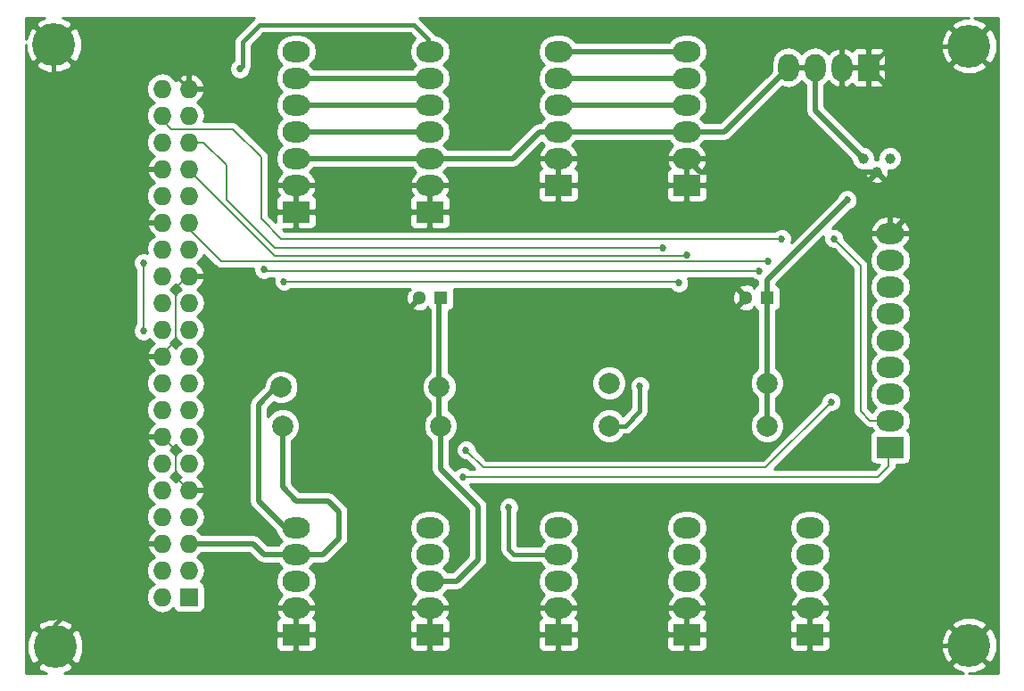
<source format=gbr>
G04 #@! TF.FileFunction,Copper,L2,Bot,Signal*
%FSLAX46Y46*%
G04 Gerber Fmt 4.6, Leading zero omitted, Abs format (unit mm)*
G04 Created by KiCad (PCBNEW 4.0.2-4+6225~38~ubuntu15.10.1-stable) date Wed 08 Jun 2016 11:21:06 PM EDT*
%MOMM*%
G01*
G04 APERTURE LIST*
%ADD10C,0.100000*%
%ADD11R,2.600000X2.000000*%
%ADD12O,2.600000X2.000000*%
%ADD13R,1.727200X1.727200*%
%ADD14O,1.727200X1.727200*%
%ADD15R,2.000000X2.600000*%
%ADD16O,2.000000X2.600000*%
%ADD17C,1.998980*%
%ADD18C,1.000760*%
%ADD19R,1.300000X1.300000*%
%ADD20C,1.300000*%
%ADD21C,4.064000*%
%ADD22C,0.685800*%
%ADD23C,0.508000*%
%ADD24C,0.406400*%
%ADD25C,0.254000*%
%ADD26C,0.152400*%
G04 APERTURE END LIST*
D10*
D11*
X163068000Y-95504000D03*
D12*
X163068000Y-92964000D03*
X163068000Y-90424000D03*
X163068000Y-87884000D03*
X163068000Y-85344000D03*
X163068000Y-82804000D03*
D11*
X150876000Y-95504000D03*
D12*
X150876000Y-92964000D03*
X150876000Y-90424000D03*
X150876000Y-87884000D03*
X150876000Y-85344000D03*
X150876000Y-82804000D03*
D11*
X163068000Y-138176000D03*
D12*
X163068000Y-135636000D03*
X163068000Y-133096000D03*
X163068000Y-130556000D03*
X163068000Y-128016000D03*
D11*
X150876000Y-138176000D03*
D12*
X150876000Y-135636000D03*
X150876000Y-133096000D03*
X150876000Y-130556000D03*
X150876000Y-128016000D03*
D11*
X174752000Y-138176000D03*
D12*
X174752000Y-135636000D03*
X174752000Y-133096000D03*
X174752000Y-130556000D03*
X174752000Y-128016000D03*
D11*
X138684000Y-138176000D03*
D12*
X138684000Y-135636000D03*
X138684000Y-133096000D03*
X138684000Y-130556000D03*
X138684000Y-128016000D03*
D11*
X125984000Y-138176000D03*
D12*
X125984000Y-135636000D03*
X125984000Y-133096000D03*
X125984000Y-130556000D03*
X125984000Y-128016000D03*
D13*
X115824000Y-134620000D03*
D14*
X113284000Y-134620000D03*
X115824000Y-132080000D03*
X113284000Y-132080000D03*
X115824000Y-129540000D03*
X113284000Y-129540000D03*
X115824000Y-127000000D03*
X113284000Y-127000000D03*
X115824000Y-124460000D03*
X113284000Y-124460000D03*
X115824000Y-121920000D03*
X113284000Y-121920000D03*
X115824000Y-119380000D03*
X113284000Y-119380000D03*
X115824000Y-116840000D03*
X113284000Y-116840000D03*
X115824000Y-114300000D03*
X113284000Y-114300000D03*
X115824000Y-111760000D03*
X113284000Y-111760000D03*
X115824000Y-109220000D03*
X113284000Y-109220000D03*
X115824000Y-106680000D03*
X113284000Y-106680000D03*
X115824000Y-104140000D03*
X113284000Y-104140000D03*
X115824000Y-101600000D03*
X113284000Y-101600000D03*
X115824000Y-99060000D03*
X113284000Y-99060000D03*
X115824000Y-96520000D03*
X113284000Y-96520000D03*
X115824000Y-93980000D03*
X113284000Y-93980000D03*
X115824000Y-91440000D03*
X113284000Y-91440000D03*
X115824000Y-88900000D03*
X113284000Y-88900000D03*
X115824000Y-86360000D03*
X113284000Y-86360000D03*
D11*
X182372000Y-120396000D03*
D12*
X182372000Y-117856000D03*
X182372000Y-115316000D03*
X182372000Y-112776000D03*
X182372000Y-110236000D03*
X182372000Y-107696000D03*
X182372000Y-105156000D03*
X182372000Y-102616000D03*
X182372000Y-100076000D03*
D15*
X180340000Y-84328000D03*
D16*
X177800000Y-84328000D03*
X175260000Y-84328000D03*
X172720000Y-84328000D03*
D11*
X125984000Y-98044000D03*
D12*
X125984000Y-95504000D03*
X125984000Y-92964000D03*
X125984000Y-90424000D03*
X125984000Y-87884000D03*
X125984000Y-85344000D03*
X125984000Y-82804000D03*
D11*
X138684000Y-98044000D03*
D12*
X138684000Y-95504000D03*
X138684000Y-92964000D03*
X138684000Y-90424000D03*
X138684000Y-87884000D03*
X138684000Y-85344000D03*
X138684000Y-82804000D03*
D17*
X170688000Y-114300000D03*
X155688000Y-114300000D03*
X170688000Y-118364000D03*
X155688000Y-118364000D03*
X139573000Y-114681000D03*
X124573000Y-114681000D03*
X139700000Y-118364000D03*
X124700000Y-118364000D03*
D18*
X181102000Y-94234000D03*
X179832000Y-92964000D03*
X182372000Y-92964000D03*
D19*
X139700000Y-106172000D03*
D20*
X137700000Y-106172000D03*
D19*
X170688000Y-106172000D03*
D20*
X168688000Y-106172000D03*
D21*
X189865000Y-139192000D03*
X103124000Y-139319000D03*
X189865000Y-82296000D03*
X102997000Y-82169000D03*
D22*
X178308000Y-96901000D03*
X158623000Y-114554000D03*
X146177000Y-126111000D03*
X120650000Y-84455000D03*
X170815000Y-102743000D03*
X122936000Y-103505000D03*
X169926000Y-103632000D03*
X163068000Y-102108000D03*
X160782000Y-101473000D03*
X111506000Y-102870000D03*
X111506000Y-109347000D03*
X141859000Y-123190000D03*
X124841000Y-104648000D03*
X162306000Y-104775000D03*
X172085000Y-100584000D03*
X177038000Y-100584000D03*
X142113000Y-120650000D03*
X176784000Y-116078000D03*
D23*
X175260000Y-84328000D02*
X175260000Y-88392000D01*
X175260000Y-88392000D02*
X179832000Y-92964000D01*
X163068000Y-90424000D02*
X166624000Y-90424000D01*
X166624000Y-90424000D02*
X172720000Y-84328000D01*
X172720000Y-84328000D02*
X175260000Y-84328000D01*
X150876000Y-90424000D02*
X163068000Y-90424000D01*
X138684000Y-92964000D02*
X146558000Y-92964000D01*
X149098000Y-90424000D02*
X150876000Y-90424000D01*
X146558000Y-92964000D02*
X149098000Y-90424000D01*
X125984000Y-92964000D02*
X138684000Y-92964000D01*
X139573000Y-114681000D02*
X139573000Y-106299000D01*
X139573000Y-106299000D02*
X139700000Y-106172000D01*
X139573000Y-114681000D02*
X139573000Y-118237000D01*
X139573000Y-118237000D02*
X139700000Y-118364000D01*
X139700000Y-118364000D02*
X139700000Y-122428000D01*
X141224000Y-133096000D02*
X138684000Y-133096000D01*
X143256000Y-131064000D02*
X141224000Y-133096000D01*
X143256000Y-125984000D02*
X143256000Y-131064000D01*
X139700000Y-122428000D02*
X143256000Y-125984000D01*
D24*
X189865000Y-82296000D02*
X182372000Y-82296000D01*
X182372000Y-82296000D02*
X180340000Y-84328000D01*
X189865000Y-139192000D02*
X185039000Y-139192000D01*
X185039000Y-139192000D02*
X181292500Y-135445500D01*
X103124000Y-139319000D02*
X103124000Y-137160000D01*
X103124000Y-137160000D02*
X109728000Y-130556000D01*
X102997000Y-82169000D02*
X102997000Y-88011000D01*
X110363000Y-95377000D02*
X110236000Y-95377000D01*
X102997000Y-88011000D02*
X110363000Y-95377000D01*
X174752000Y-138176000D02*
X178562000Y-138176000D01*
X187960000Y-100076000D02*
X182372000Y-100076000D01*
X189103000Y-101219000D02*
X187960000Y-100076000D01*
X189103000Y-127635000D02*
X189103000Y-101219000D01*
X178562000Y-138176000D02*
X181292500Y-135445500D01*
X181292500Y-135445500D02*
X189103000Y-127635000D01*
X163068000Y-138176000D02*
X163068000Y-135636000D01*
X150876000Y-138176000D02*
X150876000Y-135636000D01*
X138684000Y-138176000D02*
X138684000Y-135636000D01*
X125984000Y-138176000D02*
X125984000Y-135636000D01*
X174752000Y-138176000D02*
X174752000Y-135636000D01*
D23*
X181102000Y-94234000D02*
X164338000Y-94234000D01*
X164338000Y-94234000D02*
X163068000Y-92964000D01*
X182372000Y-100076000D02*
X182372000Y-95504000D01*
X182372000Y-95504000D02*
X181102000Y-94234000D01*
X177800000Y-84328000D02*
X180340000Y-84328000D01*
X180340000Y-84328000D02*
X187198000Y-91186000D01*
X187198000Y-95250000D02*
X182372000Y-100076000D01*
X187198000Y-91186000D02*
X187198000Y-95250000D01*
X163068000Y-95504000D02*
X163068000Y-92964000D01*
X150876000Y-95504000D02*
X163068000Y-95504000D01*
X150876000Y-95504000D02*
X150876000Y-92964000D01*
X138684000Y-98044000D02*
X138684000Y-95504000D01*
X138684000Y-95504000D02*
X150876000Y-95504000D01*
X125984000Y-98044000D02*
X138684000Y-98044000D01*
X125984000Y-95504000D02*
X138684000Y-95504000D01*
D25*
X113284000Y-93980000D02*
X111506000Y-93980000D01*
X113411000Y-83947000D02*
X115824000Y-86360000D01*
X112395000Y-83947000D02*
X113411000Y-83947000D01*
X110617000Y-85725000D02*
X112395000Y-83947000D01*
X110617000Y-93091000D02*
X110617000Y-85725000D01*
X111506000Y-93980000D02*
X110617000Y-93091000D01*
D26*
X113284000Y-111760000D02*
X113284000Y-111506000D01*
X113284000Y-111506000D02*
X114554000Y-110236000D01*
X114554000Y-105283000D02*
X115697000Y-104140000D01*
X114554000Y-110236000D02*
X114554000Y-105283000D01*
X115697000Y-104140000D02*
X115824000Y-104140000D01*
X115824000Y-124460000D02*
X114554000Y-123190000D01*
X114554000Y-120650000D02*
X113284000Y-119380000D01*
X114554000Y-123190000D02*
X114554000Y-120650000D01*
D23*
X113284000Y-99060000D02*
X111252000Y-99060000D01*
X111252000Y-93980000D02*
X113284000Y-93980000D01*
X110236000Y-94996000D02*
X111252000Y-93980000D01*
X110236000Y-98044000D02*
X110236000Y-95377000D01*
X110236000Y-95377000D02*
X110236000Y-94996000D01*
X111252000Y-99060000D02*
X110236000Y-98044000D01*
X113284000Y-111760000D02*
X111760000Y-111760000D01*
X111760000Y-99060000D02*
X113284000Y-99060000D01*
X110236000Y-100584000D02*
X111760000Y-99060000D01*
X110236000Y-110236000D02*
X110236000Y-100584000D01*
X111760000Y-111760000D02*
X110236000Y-110236000D01*
X113284000Y-111760000D02*
X110744000Y-111760000D01*
X109728000Y-112776000D02*
X109728000Y-121412000D01*
X110744000Y-111760000D02*
X109728000Y-112776000D01*
X113284000Y-119380000D02*
X111252000Y-119380000D01*
X109728000Y-120904000D02*
X109728000Y-121412000D01*
X109728000Y-121412000D02*
X109728000Y-130556000D01*
X109728000Y-130556000D02*
X109728000Y-131572000D01*
X111252000Y-119380000D02*
X109728000Y-120904000D01*
X113284000Y-129540000D02*
X111252000Y-129540000D01*
X111252000Y-138176000D02*
X125984000Y-138176000D01*
X109728000Y-136652000D02*
X111252000Y-138176000D01*
X109728000Y-131064000D02*
X109728000Y-131572000D01*
X109728000Y-131572000D02*
X109728000Y-136652000D01*
X111252000Y-129540000D02*
X109728000Y-131064000D01*
X170688000Y-106172000D02*
X170688000Y-104521000D01*
X170688000Y-104521000D02*
X178308000Y-96901000D01*
X170688000Y-106172000D02*
X170688000Y-114300000D01*
X170688000Y-114300000D02*
X170688000Y-118364000D01*
X150876000Y-87884000D02*
X163068000Y-87884000D01*
D24*
X157226000Y-118364000D02*
X155688000Y-118364000D01*
X158623000Y-116967000D02*
X157226000Y-118364000D01*
X158623000Y-114554000D02*
X158623000Y-116967000D01*
D23*
X150876000Y-85344000D02*
X163068000Y-85344000D01*
X150876000Y-82804000D02*
X163068000Y-82804000D01*
D24*
X146685000Y-130556000D02*
X150876000Y-130556000D01*
X146177000Y-130048000D02*
X146685000Y-130556000D01*
X146177000Y-126111000D02*
X146177000Y-130048000D01*
D23*
X115824000Y-129540000D02*
X121920000Y-129540000D01*
X122936000Y-130556000D02*
X125984000Y-130556000D01*
X121920000Y-129540000D02*
X122936000Y-130556000D01*
X124700000Y-118364000D02*
X124700000Y-124192000D01*
X128524000Y-130556000D02*
X125984000Y-130556000D01*
X130048000Y-129032000D02*
X128524000Y-130556000D01*
X130048000Y-126492000D02*
X130048000Y-129032000D01*
X129032000Y-125476000D02*
X130048000Y-126492000D01*
X125984000Y-125476000D02*
X129032000Y-125476000D01*
X124700000Y-124192000D02*
X125984000Y-125476000D01*
X124573000Y-114681000D02*
X124079000Y-114681000D01*
X124079000Y-114681000D02*
X122428000Y-116332000D01*
X122428000Y-116332000D02*
X122428000Y-125476000D01*
X122428000Y-125476000D02*
X124968000Y-128016000D01*
X124968000Y-128016000D02*
X125984000Y-128016000D01*
X125984000Y-90424000D02*
X138684000Y-90424000D01*
X125984000Y-87884000D02*
X138684000Y-87884000D01*
X125984000Y-85344000D02*
X138684000Y-85344000D01*
D24*
X138557000Y-81661000D02*
X138557000Y-82677000D01*
X137160000Y-80264000D02*
X138557000Y-81661000D01*
X122555000Y-80264000D02*
X137160000Y-80264000D01*
X120904000Y-81915000D02*
X122555000Y-80264000D01*
X120904000Y-84201000D02*
X120904000Y-81915000D01*
X120650000Y-84455000D02*
X120904000Y-84201000D01*
X138557000Y-82677000D02*
X138684000Y-82804000D01*
D26*
X115824000Y-99060000D02*
X115824000Y-99695000D01*
X115824000Y-99695000D02*
X118872000Y-102743000D01*
X118872000Y-102743000D02*
X170815000Y-102743000D01*
X122936000Y-103505000D02*
X123063000Y-103632000D01*
X123063000Y-103632000D02*
X169926000Y-103632000D01*
X115824000Y-93980000D02*
X115824000Y-94107000D01*
X115824000Y-94107000D02*
X123952000Y-102235000D01*
X123952000Y-102235000D02*
X162941000Y-102235000D01*
X162941000Y-102235000D02*
X163068000Y-102108000D01*
X115824000Y-91440000D02*
X117221000Y-91440000D01*
X123952000Y-101473000D02*
X160782000Y-101473000D01*
X119380000Y-96901000D02*
X123952000Y-101473000D01*
X119380000Y-93599000D02*
X119380000Y-96901000D01*
X117221000Y-91440000D02*
X119380000Y-93599000D01*
X111506000Y-102870000D02*
X111506000Y-109347000D01*
X141859000Y-123190000D02*
X181229000Y-123190000D01*
X181229000Y-123190000D02*
X182245000Y-122174000D01*
X182245000Y-122174000D02*
X182245000Y-120523000D01*
X182245000Y-120523000D02*
X182372000Y-120396000D01*
X162179000Y-104648000D02*
X124841000Y-104648000D01*
X162306000Y-104775000D02*
X162179000Y-104648000D01*
X113284000Y-88900000D02*
X113284000Y-89281000D01*
X113284000Y-89281000D02*
X114173000Y-90170000D01*
X114173000Y-90170000D02*
X120015000Y-90170000D01*
X120015000Y-90170000D02*
X122682000Y-92837000D01*
X122682000Y-92837000D02*
X122682000Y-98679000D01*
X122682000Y-98679000D02*
X124587000Y-100584000D01*
X124587000Y-100584000D02*
X172085000Y-100584000D01*
X177038000Y-100584000D02*
X179578000Y-103124000D01*
X179578000Y-103124000D02*
X179578000Y-116967000D01*
X179578000Y-116967000D02*
X180467000Y-117856000D01*
X180467000Y-117856000D02*
X182372000Y-117856000D01*
X142113000Y-120650000D02*
X143764000Y-122301000D01*
X143764000Y-122301000D02*
X170561000Y-122301000D01*
X170561000Y-122301000D02*
X176784000Y-116078000D01*
D25*
G36*
X101503154Y-79896832D02*
X101278484Y-80270879D01*
X102997000Y-81989395D01*
X104715516Y-80270879D01*
X104490846Y-79896832D01*
X103830365Y-79629000D01*
X122025614Y-79629000D01*
X121962303Y-79671303D01*
X120311303Y-81322303D01*
X120129604Y-81594234D01*
X120099487Y-81745643D01*
X120065800Y-81915000D01*
X120065800Y-83656427D01*
X119821460Y-83900341D01*
X119672270Y-84259630D01*
X119671931Y-84648663D01*
X119820493Y-85008212D01*
X120095341Y-85283540D01*
X120454630Y-85432730D01*
X120843663Y-85433069D01*
X121203212Y-85284507D01*
X121478540Y-85009659D01*
X121627730Y-84650370D01*
X121627776Y-84597524D01*
X121678396Y-84521766D01*
X121742200Y-84201000D01*
X121742200Y-82262194D01*
X122902194Y-81102200D01*
X136812806Y-81102200D01*
X137290988Y-81580382D01*
X137189971Y-81647880D01*
X136835548Y-82178313D01*
X136711091Y-82804000D01*
X136835548Y-83429687D01*
X137189971Y-83960120D01*
X137360405Y-84074000D01*
X137189971Y-84187880D01*
X137011488Y-84455000D01*
X127656512Y-84455000D01*
X127478029Y-84187880D01*
X127307595Y-84074000D01*
X127478029Y-83960120D01*
X127832452Y-83429687D01*
X127956909Y-82804000D01*
X127832452Y-82178313D01*
X127478029Y-81647880D01*
X126947596Y-81293457D01*
X126321909Y-81169000D01*
X125646091Y-81169000D01*
X125020404Y-81293457D01*
X124489971Y-81647880D01*
X124135548Y-82178313D01*
X124011091Y-82804000D01*
X124135548Y-83429687D01*
X124489971Y-83960120D01*
X124660405Y-84074000D01*
X124489971Y-84187880D01*
X124135548Y-84718313D01*
X124011091Y-85344000D01*
X124135548Y-85969687D01*
X124489971Y-86500120D01*
X124660405Y-86614000D01*
X124489971Y-86727880D01*
X124135548Y-87258313D01*
X124011091Y-87884000D01*
X124135548Y-88509687D01*
X124489971Y-89040120D01*
X124660405Y-89154000D01*
X124489971Y-89267880D01*
X124135548Y-89798313D01*
X124011091Y-90424000D01*
X124135548Y-91049687D01*
X124489971Y-91580120D01*
X124660405Y-91694000D01*
X124489971Y-91807880D01*
X124135548Y-92338313D01*
X124011091Y-92964000D01*
X124135548Y-93589687D01*
X124489971Y-94120120D01*
X124680188Y-94247219D01*
X124438078Y-94437683D01*
X124124856Y-94995645D01*
X124093876Y-95123566D01*
X124213223Y-95377000D01*
X125857000Y-95377000D01*
X125857000Y-95357000D01*
X126111000Y-95357000D01*
X126111000Y-95377000D01*
X127754777Y-95377000D01*
X127874124Y-95123566D01*
X127843144Y-94995645D01*
X127529922Y-94437683D01*
X127287812Y-94247219D01*
X127478029Y-94120120D01*
X127656512Y-93853000D01*
X137011488Y-93853000D01*
X137189971Y-94120120D01*
X137380188Y-94247219D01*
X137138078Y-94437683D01*
X136824856Y-94995645D01*
X136793876Y-95123566D01*
X136913223Y-95377000D01*
X138557000Y-95377000D01*
X138557000Y-95357000D01*
X138811000Y-95357000D01*
X138811000Y-95377000D01*
X140454777Y-95377000D01*
X140574124Y-95123566D01*
X140543144Y-94995645D01*
X140229922Y-94437683D01*
X140153663Y-94377691D01*
X148941000Y-94377691D01*
X148941000Y-95218250D01*
X149099750Y-95377000D01*
X150749000Y-95377000D01*
X150749000Y-93091000D01*
X151003000Y-93091000D01*
X151003000Y-95377000D01*
X152652250Y-95377000D01*
X152811000Y-95218250D01*
X152811000Y-94377691D01*
X161133000Y-94377691D01*
X161133000Y-95218250D01*
X161291750Y-95377000D01*
X162941000Y-95377000D01*
X162941000Y-93091000D01*
X163195000Y-93091000D01*
X163195000Y-95377000D01*
X164844250Y-95377000D01*
X165003000Y-95218250D01*
X165003000Y-95024381D01*
X180491224Y-95024381D01*
X180528418Y-95239532D01*
X180956880Y-95382491D01*
X181407435Y-95350602D01*
X181675582Y-95239532D01*
X181712776Y-95024381D01*
X181102000Y-94413605D01*
X180491224Y-95024381D01*
X165003000Y-95024381D01*
X165003000Y-94377691D01*
X164906327Y-94144302D01*
X164727699Y-93965673D01*
X164664830Y-93939632D01*
X164927144Y-93472355D01*
X164958124Y-93344434D01*
X164838777Y-93091000D01*
X163195000Y-93091000D01*
X162941000Y-93091000D01*
X161297223Y-93091000D01*
X161177876Y-93344434D01*
X161208856Y-93472355D01*
X161471170Y-93939632D01*
X161408301Y-93965673D01*
X161229673Y-94144302D01*
X161133000Y-94377691D01*
X152811000Y-94377691D01*
X152714327Y-94144302D01*
X152535699Y-93965673D01*
X152472830Y-93939632D01*
X152735144Y-93472355D01*
X152766124Y-93344434D01*
X152646777Y-93091000D01*
X151003000Y-93091000D01*
X150749000Y-93091000D01*
X149105223Y-93091000D01*
X148985876Y-93344434D01*
X149016856Y-93472355D01*
X149279170Y-93939632D01*
X149216301Y-93965673D01*
X149037673Y-94144302D01*
X148941000Y-94377691D01*
X140153663Y-94377691D01*
X139987812Y-94247219D01*
X140178029Y-94120120D01*
X140356512Y-93853000D01*
X146558000Y-93853000D01*
X146898206Y-93785329D01*
X147186618Y-93592618D01*
X149308730Y-91470506D01*
X149381971Y-91580120D01*
X149572188Y-91707219D01*
X149330078Y-91897683D01*
X149016856Y-92455645D01*
X148985876Y-92583566D01*
X149105223Y-92837000D01*
X150749000Y-92837000D01*
X150749000Y-92817000D01*
X151003000Y-92817000D01*
X151003000Y-92837000D01*
X152646777Y-92837000D01*
X152766124Y-92583566D01*
X152735144Y-92455645D01*
X152421922Y-91897683D01*
X152179812Y-91707219D01*
X152370029Y-91580120D01*
X152548512Y-91313000D01*
X161395488Y-91313000D01*
X161573971Y-91580120D01*
X161764188Y-91707219D01*
X161522078Y-91897683D01*
X161208856Y-92455645D01*
X161177876Y-92583566D01*
X161297223Y-92837000D01*
X162941000Y-92837000D01*
X162941000Y-92817000D01*
X163195000Y-92817000D01*
X163195000Y-92837000D01*
X164838777Y-92837000D01*
X164958124Y-92583566D01*
X164927144Y-92455645D01*
X164613922Y-91897683D01*
X164371812Y-91707219D01*
X164562029Y-91580120D01*
X164740512Y-91313000D01*
X166624000Y-91313000D01*
X166964206Y-91245329D01*
X167252618Y-91052618D01*
X172123065Y-86182171D01*
X172720000Y-86300909D01*
X173345687Y-86176452D01*
X173876120Y-85822029D01*
X173990000Y-85651595D01*
X174103880Y-85822029D01*
X174371000Y-86000512D01*
X174371000Y-88392000D01*
X174438671Y-88732206D01*
X174550788Y-88900000D01*
X174631382Y-89020618D01*
X178696514Y-93085750D01*
X178696424Y-93188850D01*
X178868911Y-93606301D01*
X179188019Y-93925967D01*
X179605168Y-94099182D01*
X179954260Y-94099487D01*
X179985398Y-94539435D01*
X180096468Y-94807582D01*
X180311619Y-94844776D01*
X180922395Y-94234000D01*
X180908253Y-94219858D01*
X181087858Y-94040253D01*
X181102000Y-94054395D01*
X181116143Y-94040253D01*
X181295748Y-94219858D01*
X181281605Y-94234000D01*
X181892381Y-94844776D01*
X182107532Y-94807582D01*
X182250491Y-94379120D01*
X182230683Y-94099257D01*
X182596850Y-94099576D01*
X183014301Y-93927089D01*
X183333967Y-93607981D01*
X183507182Y-93190832D01*
X183507576Y-92739150D01*
X183335089Y-92321699D01*
X183015981Y-92002033D01*
X182598832Y-91828818D01*
X182147150Y-91828424D01*
X181729699Y-92000911D01*
X181410033Y-92320019D01*
X181236818Y-92737168D01*
X181236513Y-93086260D01*
X180967257Y-93105317D01*
X180967576Y-92739150D01*
X180795089Y-92321699D01*
X180475981Y-92002033D01*
X180058832Y-91828818D01*
X179953963Y-91828727D01*
X176149000Y-88023764D01*
X176149000Y-86000512D01*
X176416120Y-85822029D01*
X176543219Y-85631812D01*
X176733683Y-85873922D01*
X177291645Y-86187144D01*
X177419566Y-86218124D01*
X177673000Y-86098777D01*
X177673000Y-84455000D01*
X177927000Y-84455000D01*
X177927000Y-86098777D01*
X178180434Y-86218124D01*
X178308355Y-86187144D01*
X178775632Y-85924830D01*
X178801673Y-85987699D01*
X178980302Y-86166327D01*
X179213691Y-86263000D01*
X180054250Y-86263000D01*
X180213000Y-86104250D01*
X180213000Y-84455000D01*
X180467000Y-84455000D01*
X180467000Y-86104250D01*
X180625750Y-86263000D01*
X181466309Y-86263000D01*
X181699698Y-86166327D01*
X181878327Y-85987699D01*
X181975000Y-85754310D01*
X181975000Y-84613750D01*
X181816250Y-84455000D01*
X180467000Y-84455000D01*
X180213000Y-84455000D01*
X177927000Y-84455000D01*
X177673000Y-84455000D01*
X177653000Y-84455000D01*
X177653000Y-84201000D01*
X177673000Y-84201000D01*
X177673000Y-82557223D01*
X177927000Y-82557223D01*
X177927000Y-84201000D01*
X180213000Y-84201000D01*
X180213000Y-82551750D01*
X180467000Y-82551750D01*
X180467000Y-84201000D01*
X181816250Y-84201000D01*
X181823129Y-84194121D01*
X188146484Y-84194121D01*
X188371154Y-84568168D01*
X189354388Y-84966880D01*
X190415357Y-84958975D01*
X191358846Y-84568168D01*
X191583516Y-84194121D01*
X189865000Y-82475605D01*
X188146484Y-84194121D01*
X181823129Y-84194121D01*
X181975000Y-84042250D01*
X181975000Y-82901690D01*
X181878327Y-82668301D01*
X181699698Y-82489673D01*
X181466309Y-82393000D01*
X180625750Y-82393000D01*
X180467000Y-82551750D01*
X180213000Y-82551750D01*
X180054250Y-82393000D01*
X179213691Y-82393000D01*
X178980302Y-82489673D01*
X178801673Y-82668301D01*
X178775632Y-82731170D01*
X178308355Y-82468856D01*
X178180434Y-82437876D01*
X177927000Y-82557223D01*
X177673000Y-82557223D01*
X177419566Y-82437876D01*
X177291645Y-82468856D01*
X176733683Y-82782078D01*
X176543219Y-83024188D01*
X176416120Y-82833971D01*
X175885687Y-82479548D01*
X175260000Y-82355091D01*
X174634313Y-82479548D01*
X174103880Y-82833971D01*
X173990000Y-83004405D01*
X173876120Y-82833971D01*
X173345687Y-82479548D01*
X172720000Y-82355091D01*
X172094313Y-82479548D01*
X171563880Y-82833971D01*
X171209457Y-83364404D01*
X171085000Y-83990091D01*
X171085000Y-84665909D01*
X171091612Y-84699152D01*
X166255764Y-89535000D01*
X164740512Y-89535000D01*
X164562029Y-89267880D01*
X164391595Y-89154000D01*
X164562029Y-89040120D01*
X164916452Y-88509687D01*
X165040909Y-87884000D01*
X164916452Y-87258313D01*
X164562029Y-86727880D01*
X164391595Y-86614000D01*
X164562029Y-86500120D01*
X164916452Y-85969687D01*
X165040909Y-85344000D01*
X164916452Y-84718313D01*
X164562029Y-84187880D01*
X164391595Y-84074000D01*
X164562029Y-83960120D01*
X164916452Y-83429687D01*
X165040909Y-82804000D01*
X164916452Y-82178313D01*
X164653909Y-81785388D01*
X187194120Y-81785388D01*
X187202025Y-82846357D01*
X187592832Y-83789846D01*
X187966879Y-84014516D01*
X189685395Y-82296000D01*
X190044605Y-82296000D01*
X191763121Y-84014516D01*
X192137168Y-83789846D01*
X192535880Y-82806612D01*
X192527975Y-81745643D01*
X192137168Y-80802154D01*
X191763121Y-80577484D01*
X190044605Y-82296000D01*
X189685395Y-82296000D01*
X187966879Y-80577484D01*
X187592832Y-80802154D01*
X187194120Y-81785388D01*
X164653909Y-81785388D01*
X164562029Y-81647880D01*
X164031596Y-81293457D01*
X163405909Y-81169000D01*
X162730091Y-81169000D01*
X162104404Y-81293457D01*
X161573971Y-81647880D01*
X161395488Y-81915000D01*
X152548512Y-81915000D01*
X152370029Y-81647880D01*
X151839596Y-81293457D01*
X151213909Y-81169000D01*
X150538091Y-81169000D01*
X149912404Y-81293457D01*
X149381971Y-81647880D01*
X149027548Y-82178313D01*
X148903091Y-82804000D01*
X149027548Y-83429687D01*
X149381971Y-83960120D01*
X149552405Y-84074000D01*
X149381971Y-84187880D01*
X149027548Y-84718313D01*
X148903091Y-85344000D01*
X149027548Y-85969687D01*
X149381971Y-86500120D01*
X149552405Y-86614000D01*
X149381971Y-86727880D01*
X149027548Y-87258313D01*
X148903091Y-87884000D01*
X149027548Y-88509687D01*
X149381971Y-89040120D01*
X149552405Y-89154000D01*
X149381971Y-89267880D01*
X149203488Y-89535000D01*
X149098000Y-89535000D01*
X148757794Y-89602671D01*
X148469382Y-89795382D01*
X146189764Y-92075000D01*
X140356512Y-92075000D01*
X140178029Y-91807880D01*
X140007595Y-91694000D01*
X140178029Y-91580120D01*
X140532452Y-91049687D01*
X140656909Y-90424000D01*
X140532452Y-89798313D01*
X140178029Y-89267880D01*
X140007595Y-89154000D01*
X140178029Y-89040120D01*
X140532452Y-88509687D01*
X140656909Y-87884000D01*
X140532452Y-87258313D01*
X140178029Y-86727880D01*
X140007595Y-86614000D01*
X140178029Y-86500120D01*
X140532452Y-85969687D01*
X140656909Y-85344000D01*
X140532452Y-84718313D01*
X140178029Y-84187880D01*
X140007595Y-84074000D01*
X140178029Y-83960120D01*
X140532452Y-83429687D01*
X140656909Y-82804000D01*
X140532452Y-82178313D01*
X140178029Y-81647880D01*
X139647596Y-81293457D01*
X139246882Y-81213750D01*
X139149697Y-81068303D01*
X137752697Y-79671303D01*
X137689386Y-79629000D01*
X189854858Y-79629000D01*
X189314643Y-79633025D01*
X188371154Y-80023832D01*
X188146484Y-80397879D01*
X189865000Y-82116395D01*
X191583516Y-80397879D01*
X191358846Y-80023832D01*
X190385180Y-79629000D01*
X192659000Y-79629000D01*
X192659000Y-141859000D01*
X189875142Y-141859000D01*
X190415357Y-141854975D01*
X191358846Y-141464168D01*
X191583516Y-141090121D01*
X189865000Y-139371605D01*
X188146484Y-141090121D01*
X188371154Y-141464168D01*
X189344820Y-141859000D01*
X103971244Y-141859000D01*
X104617846Y-141591168D01*
X104842516Y-141217121D01*
X103124000Y-139498605D01*
X101405484Y-141217121D01*
X101630154Y-141591168D01*
X102290635Y-141859000D01*
X100330000Y-141859000D01*
X100330000Y-138808388D01*
X100453120Y-138808388D01*
X100461025Y-139869357D01*
X100851832Y-140812846D01*
X101225879Y-141037516D01*
X102944395Y-139319000D01*
X103303605Y-139319000D01*
X105022121Y-141037516D01*
X105396168Y-140812846D01*
X105794880Y-139829612D01*
X105786975Y-138768643D01*
X105659856Y-138461750D01*
X124049000Y-138461750D01*
X124049000Y-139302309D01*
X124145673Y-139535698D01*
X124324301Y-139714327D01*
X124557690Y-139811000D01*
X125698250Y-139811000D01*
X125857000Y-139652250D01*
X125857000Y-138303000D01*
X126111000Y-138303000D01*
X126111000Y-139652250D01*
X126269750Y-139811000D01*
X127410310Y-139811000D01*
X127643699Y-139714327D01*
X127822327Y-139535698D01*
X127919000Y-139302309D01*
X127919000Y-138461750D01*
X136749000Y-138461750D01*
X136749000Y-139302309D01*
X136845673Y-139535698D01*
X137024301Y-139714327D01*
X137257690Y-139811000D01*
X138398250Y-139811000D01*
X138557000Y-139652250D01*
X138557000Y-138303000D01*
X138811000Y-138303000D01*
X138811000Y-139652250D01*
X138969750Y-139811000D01*
X140110310Y-139811000D01*
X140343699Y-139714327D01*
X140522327Y-139535698D01*
X140619000Y-139302309D01*
X140619000Y-138461750D01*
X148941000Y-138461750D01*
X148941000Y-139302309D01*
X149037673Y-139535698D01*
X149216301Y-139714327D01*
X149449690Y-139811000D01*
X150590250Y-139811000D01*
X150749000Y-139652250D01*
X150749000Y-138303000D01*
X151003000Y-138303000D01*
X151003000Y-139652250D01*
X151161750Y-139811000D01*
X152302310Y-139811000D01*
X152535699Y-139714327D01*
X152714327Y-139535698D01*
X152811000Y-139302309D01*
X152811000Y-138461750D01*
X161133000Y-138461750D01*
X161133000Y-139302309D01*
X161229673Y-139535698D01*
X161408301Y-139714327D01*
X161641690Y-139811000D01*
X162782250Y-139811000D01*
X162941000Y-139652250D01*
X162941000Y-138303000D01*
X163195000Y-138303000D01*
X163195000Y-139652250D01*
X163353750Y-139811000D01*
X164494310Y-139811000D01*
X164727699Y-139714327D01*
X164906327Y-139535698D01*
X165003000Y-139302309D01*
X165003000Y-138461750D01*
X172817000Y-138461750D01*
X172817000Y-139302309D01*
X172913673Y-139535698D01*
X173092301Y-139714327D01*
X173325690Y-139811000D01*
X174466250Y-139811000D01*
X174625000Y-139652250D01*
X174625000Y-138303000D01*
X174879000Y-138303000D01*
X174879000Y-139652250D01*
X175037750Y-139811000D01*
X176178310Y-139811000D01*
X176411699Y-139714327D01*
X176590327Y-139535698D01*
X176687000Y-139302309D01*
X176687000Y-138681388D01*
X187194120Y-138681388D01*
X187202025Y-139742357D01*
X187592832Y-140685846D01*
X187966879Y-140910516D01*
X189685395Y-139192000D01*
X190044605Y-139192000D01*
X191763121Y-140910516D01*
X192137168Y-140685846D01*
X192535880Y-139702612D01*
X192527975Y-138641643D01*
X192137168Y-137698154D01*
X191763121Y-137473484D01*
X190044605Y-139192000D01*
X189685395Y-139192000D01*
X187966879Y-137473484D01*
X187592832Y-137698154D01*
X187194120Y-138681388D01*
X176687000Y-138681388D01*
X176687000Y-138461750D01*
X176528250Y-138303000D01*
X174879000Y-138303000D01*
X174625000Y-138303000D01*
X172975750Y-138303000D01*
X172817000Y-138461750D01*
X165003000Y-138461750D01*
X164844250Y-138303000D01*
X163195000Y-138303000D01*
X162941000Y-138303000D01*
X161291750Y-138303000D01*
X161133000Y-138461750D01*
X152811000Y-138461750D01*
X152652250Y-138303000D01*
X151003000Y-138303000D01*
X150749000Y-138303000D01*
X149099750Y-138303000D01*
X148941000Y-138461750D01*
X140619000Y-138461750D01*
X140460250Y-138303000D01*
X138811000Y-138303000D01*
X138557000Y-138303000D01*
X136907750Y-138303000D01*
X136749000Y-138461750D01*
X127919000Y-138461750D01*
X127760250Y-138303000D01*
X126111000Y-138303000D01*
X125857000Y-138303000D01*
X124207750Y-138303000D01*
X124049000Y-138461750D01*
X105659856Y-138461750D01*
X105396168Y-137825154D01*
X105022121Y-137600484D01*
X103303605Y-139319000D01*
X102944395Y-139319000D01*
X101225879Y-137600484D01*
X100851832Y-137825154D01*
X100453120Y-138808388D01*
X100330000Y-138808388D01*
X100330000Y-137420879D01*
X101405484Y-137420879D01*
X103124000Y-139139395D01*
X104842516Y-137420879D01*
X104619564Y-137049691D01*
X124049000Y-137049691D01*
X124049000Y-137890250D01*
X124207750Y-138049000D01*
X125857000Y-138049000D01*
X125857000Y-135763000D01*
X126111000Y-135763000D01*
X126111000Y-138049000D01*
X127760250Y-138049000D01*
X127919000Y-137890250D01*
X127919000Y-137049691D01*
X136749000Y-137049691D01*
X136749000Y-137890250D01*
X136907750Y-138049000D01*
X138557000Y-138049000D01*
X138557000Y-135763000D01*
X138811000Y-135763000D01*
X138811000Y-138049000D01*
X140460250Y-138049000D01*
X140619000Y-137890250D01*
X140619000Y-137049691D01*
X148941000Y-137049691D01*
X148941000Y-137890250D01*
X149099750Y-138049000D01*
X150749000Y-138049000D01*
X150749000Y-135763000D01*
X151003000Y-135763000D01*
X151003000Y-138049000D01*
X152652250Y-138049000D01*
X152811000Y-137890250D01*
X152811000Y-137049691D01*
X161133000Y-137049691D01*
X161133000Y-137890250D01*
X161291750Y-138049000D01*
X162941000Y-138049000D01*
X162941000Y-135763000D01*
X163195000Y-135763000D01*
X163195000Y-138049000D01*
X164844250Y-138049000D01*
X165003000Y-137890250D01*
X165003000Y-137049691D01*
X172817000Y-137049691D01*
X172817000Y-137890250D01*
X172975750Y-138049000D01*
X174625000Y-138049000D01*
X174625000Y-135763000D01*
X174879000Y-135763000D01*
X174879000Y-138049000D01*
X176528250Y-138049000D01*
X176687000Y-137890250D01*
X176687000Y-137293879D01*
X188146484Y-137293879D01*
X189865000Y-139012395D01*
X191583516Y-137293879D01*
X191358846Y-136919832D01*
X190375612Y-136521120D01*
X189314643Y-136529025D01*
X188371154Y-136919832D01*
X188146484Y-137293879D01*
X176687000Y-137293879D01*
X176687000Y-137049691D01*
X176590327Y-136816302D01*
X176411699Y-136637673D01*
X176348830Y-136611632D01*
X176611144Y-136144355D01*
X176642124Y-136016434D01*
X176522777Y-135763000D01*
X174879000Y-135763000D01*
X174625000Y-135763000D01*
X172981223Y-135763000D01*
X172861876Y-136016434D01*
X172892856Y-136144355D01*
X173155170Y-136611632D01*
X173092301Y-136637673D01*
X172913673Y-136816302D01*
X172817000Y-137049691D01*
X165003000Y-137049691D01*
X164906327Y-136816302D01*
X164727699Y-136637673D01*
X164664830Y-136611632D01*
X164927144Y-136144355D01*
X164958124Y-136016434D01*
X164838777Y-135763000D01*
X163195000Y-135763000D01*
X162941000Y-135763000D01*
X161297223Y-135763000D01*
X161177876Y-136016434D01*
X161208856Y-136144355D01*
X161471170Y-136611632D01*
X161408301Y-136637673D01*
X161229673Y-136816302D01*
X161133000Y-137049691D01*
X152811000Y-137049691D01*
X152714327Y-136816302D01*
X152535699Y-136637673D01*
X152472830Y-136611632D01*
X152735144Y-136144355D01*
X152766124Y-136016434D01*
X152646777Y-135763000D01*
X151003000Y-135763000D01*
X150749000Y-135763000D01*
X149105223Y-135763000D01*
X148985876Y-136016434D01*
X149016856Y-136144355D01*
X149279170Y-136611632D01*
X149216301Y-136637673D01*
X149037673Y-136816302D01*
X148941000Y-137049691D01*
X140619000Y-137049691D01*
X140522327Y-136816302D01*
X140343699Y-136637673D01*
X140280830Y-136611632D01*
X140543144Y-136144355D01*
X140574124Y-136016434D01*
X140454777Y-135763000D01*
X138811000Y-135763000D01*
X138557000Y-135763000D01*
X136913223Y-135763000D01*
X136793876Y-136016434D01*
X136824856Y-136144355D01*
X137087170Y-136611632D01*
X137024301Y-136637673D01*
X136845673Y-136816302D01*
X136749000Y-137049691D01*
X127919000Y-137049691D01*
X127822327Y-136816302D01*
X127643699Y-136637673D01*
X127580830Y-136611632D01*
X127843144Y-136144355D01*
X127874124Y-136016434D01*
X127754777Y-135763000D01*
X126111000Y-135763000D01*
X125857000Y-135763000D01*
X124213223Y-135763000D01*
X124093876Y-136016434D01*
X124124856Y-136144355D01*
X124387170Y-136611632D01*
X124324301Y-136637673D01*
X124145673Y-136816302D01*
X124049000Y-137049691D01*
X104619564Y-137049691D01*
X104617846Y-137046832D01*
X103634612Y-136648120D01*
X102573643Y-136656025D01*
X101630154Y-137046832D01*
X101405484Y-137420879D01*
X100330000Y-137420879D01*
X100330000Y-103063663D01*
X110527931Y-103063663D01*
X110676493Y-103423212D01*
X110794800Y-103541726D01*
X110794800Y-108675206D01*
X110677460Y-108792341D01*
X110528270Y-109151630D01*
X110527931Y-109540663D01*
X110676493Y-109900212D01*
X110951341Y-110175540D01*
X111310630Y-110324730D01*
X111699663Y-110325069D01*
X112059212Y-110176507D01*
X112105144Y-110130655D01*
X112224330Y-110309029D01*
X112495161Y-110489992D01*
X112077179Y-110871510D01*
X111829032Y-111400973D01*
X111949531Y-111633000D01*
X113157000Y-111633000D01*
X113157000Y-111613000D01*
X113411000Y-111613000D01*
X113411000Y-111633000D01*
X113431000Y-111633000D01*
X113431000Y-111887000D01*
X113411000Y-111887000D01*
X113411000Y-111907000D01*
X113157000Y-111907000D01*
X113157000Y-111887000D01*
X111949531Y-111887000D01*
X111829032Y-112119027D01*
X112077179Y-112648490D01*
X112495161Y-113030008D01*
X112224330Y-113210971D01*
X111899474Y-113697152D01*
X111785400Y-114270641D01*
X111785400Y-114329359D01*
X111899474Y-114902848D01*
X112224330Y-115389029D01*
X112495172Y-115570000D01*
X112224330Y-115750971D01*
X111899474Y-116237152D01*
X111785400Y-116810641D01*
X111785400Y-116869359D01*
X111899474Y-117442848D01*
X112224330Y-117929029D01*
X112495161Y-118109992D01*
X112077179Y-118491510D01*
X111829032Y-119020973D01*
X111949531Y-119253000D01*
X113157000Y-119253000D01*
X113157000Y-119233000D01*
X113411000Y-119233000D01*
X113411000Y-119253000D01*
X113431000Y-119253000D01*
X113431000Y-119507000D01*
X113411000Y-119507000D01*
X113411000Y-119527000D01*
X113157000Y-119527000D01*
X113157000Y-119507000D01*
X111949531Y-119507000D01*
X111829032Y-119739027D01*
X112077179Y-120268490D01*
X112495161Y-120650008D01*
X112224330Y-120830971D01*
X111899474Y-121317152D01*
X111785400Y-121890641D01*
X111785400Y-121949359D01*
X111899474Y-122522848D01*
X112224330Y-123009029D01*
X112495172Y-123190000D01*
X112224330Y-123370971D01*
X111899474Y-123857152D01*
X111785400Y-124430641D01*
X111785400Y-124489359D01*
X111899474Y-125062848D01*
X112224330Y-125549029D01*
X112495172Y-125730000D01*
X112224330Y-125910971D01*
X111899474Y-126397152D01*
X111785400Y-126970641D01*
X111785400Y-127029359D01*
X111899474Y-127602848D01*
X112224330Y-128089029D01*
X112495161Y-128269992D01*
X112077179Y-128651510D01*
X111829032Y-129180973D01*
X111949531Y-129413000D01*
X113157000Y-129413000D01*
X113157000Y-129393000D01*
X113411000Y-129393000D01*
X113411000Y-129413000D01*
X113431000Y-129413000D01*
X113431000Y-129667000D01*
X113411000Y-129667000D01*
X113411000Y-129687000D01*
X113157000Y-129687000D01*
X113157000Y-129667000D01*
X111949531Y-129667000D01*
X111829032Y-129899027D01*
X112077179Y-130428490D01*
X112495161Y-130810008D01*
X112224330Y-130990971D01*
X111899474Y-131477152D01*
X111785400Y-132050641D01*
X111785400Y-132109359D01*
X111899474Y-132682848D01*
X112224330Y-133169029D01*
X112495172Y-133350000D01*
X112224330Y-133530971D01*
X111899474Y-134017152D01*
X111785400Y-134590641D01*
X111785400Y-134649359D01*
X111899474Y-135222848D01*
X112224330Y-135709029D01*
X112710511Y-136033885D01*
X113284000Y-136147959D01*
X113857489Y-136033885D01*
X114343670Y-135709029D01*
X114352805Y-135695358D01*
X114357238Y-135718917D01*
X114496310Y-135935041D01*
X114708510Y-136080031D01*
X114960400Y-136131040D01*
X116687600Y-136131040D01*
X116922917Y-136086762D01*
X117139041Y-135947690D01*
X117284031Y-135735490D01*
X117335040Y-135483600D01*
X117335040Y-133756400D01*
X117290762Y-133521083D01*
X117151690Y-133304959D01*
X116939490Y-133159969D01*
X116895655Y-133151092D01*
X117208526Y-132682848D01*
X117322600Y-132109359D01*
X117322600Y-132050641D01*
X117208526Y-131477152D01*
X116883670Y-130990971D01*
X116612828Y-130810000D01*
X116883670Y-130629029D01*
X117017325Y-130429000D01*
X121551764Y-130429000D01*
X122307382Y-131184618D01*
X122595794Y-131377329D01*
X122936000Y-131445000D01*
X124311488Y-131445000D01*
X124489971Y-131712120D01*
X124660405Y-131826000D01*
X124489971Y-131939880D01*
X124135548Y-132470313D01*
X124011091Y-133096000D01*
X124135548Y-133721687D01*
X124489971Y-134252120D01*
X124680188Y-134379219D01*
X124438078Y-134569683D01*
X124124856Y-135127645D01*
X124093876Y-135255566D01*
X124213223Y-135509000D01*
X125857000Y-135509000D01*
X125857000Y-135489000D01*
X126111000Y-135489000D01*
X126111000Y-135509000D01*
X127754777Y-135509000D01*
X127874124Y-135255566D01*
X127843144Y-135127645D01*
X127529922Y-134569683D01*
X127287812Y-134379219D01*
X127478029Y-134252120D01*
X127832452Y-133721687D01*
X127956909Y-133096000D01*
X127832452Y-132470313D01*
X127478029Y-131939880D01*
X127307595Y-131826000D01*
X127478029Y-131712120D01*
X127656512Y-131445000D01*
X128524000Y-131445000D01*
X128864206Y-131377329D01*
X129152618Y-131184618D01*
X130676618Y-129660618D01*
X130869329Y-129372206D01*
X130937000Y-129032000D01*
X130937000Y-126492000D01*
X130869329Y-126151794D01*
X130676618Y-125863382D01*
X129660618Y-124847382D01*
X129618182Y-124819027D01*
X129372206Y-124654671D01*
X129032000Y-124587000D01*
X126352236Y-124587000D01*
X125589000Y-123823764D01*
X125589000Y-119765194D01*
X125624655Y-119750462D01*
X126084846Y-119291073D01*
X126334206Y-118690547D01*
X126334774Y-118040306D01*
X126086462Y-117439345D01*
X125627073Y-116979154D01*
X125026547Y-116729794D01*
X124376306Y-116729226D01*
X123775345Y-116977538D01*
X123317000Y-117435084D01*
X123317000Y-116700236D01*
X123861766Y-116155470D01*
X124246453Y-116315206D01*
X124896694Y-116315774D01*
X125497655Y-116067462D01*
X125957846Y-115608073D01*
X126207206Y-115007547D01*
X126207774Y-114357306D01*
X125959462Y-113756345D01*
X125500073Y-113296154D01*
X124899547Y-113046794D01*
X124249306Y-113046226D01*
X123648345Y-113294538D01*
X123188154Y-113753927D01*
X122938794Y-114354453D01*
X122938611Y-114564153D01*
X121799382Y-115703382D01*
X121606671Y-115991794D01*
X121539000Y-116332000D01*
X121539000Y-125476000D01*
X121606671Y-125816206D01*
X121674245Y-125917337D01*
X121799382Y-126104618D01*
X124085663Y-128390899D01*
X124135548Y-128641687D01*
X124489971Y-129172120D01*
X124660405Y-129286000D01*
X124489971Y-129399880D01*
X124311488Y-129667000D01*
X123304236Y-129667000D01*
X122548618Y-128911382D01*
X122437790Y-128837329D01*
X122260206Y-128718671D01*
X121920000Y-128651000D01*
X117017325Y-128651000D01*
X116883670Y-128450971D01*
X116612828Y-128270000D01*
X116883670Y-128089029D01*
X117208526Y-127602848D01*
X117322600Y-127029359D01*
X117322600Y-126970641D01*
X117208526Y-126397152D01*
X116883670Y-125910971D01*
X116612839Y-125730008D01*
X117030821Y-125348490D01*
X117278968Y-124819027D01*
X117158469Y-124587000D01*
X115951000Y-124587000D01*
X115951000Y-124607000D01*
X115697000Y-124607000D01*
X115697000Y-124587000D01*
X115677000Y-124587000D01*
X115677000Y-124333000D01*
X115697000Y-124333000D01*
X115697000Y-124313000D01*
X115951000Y-124313000D01*
X115951000Y-124333000D01*
X117158469Y-124333000D01*
X117278968Y-124100973D01*
X117030821Y-123571510D01*
X116612839Y-123189992D01*
X116883670Y-123009029D01*
X117208526Y-122522848D01*
X117322600Y-121949359D01*
X117322600Y-121890641D01*
X117208526Y-121317152D01*
X116883670Y-120830971D01*
X116612828Y-120650000D01*
X116883670Y-120469029D01*
X117208526Y-119982848D01*
X117322600Y-119409359D01*
X117322600Y-119350641D01*
X117208526Y-118777152D01*
X116883670Y-118290971D01*
X116612828Y-118110000D01*
X116883670Y-117929029D01*
X117208526Y-117442848D01*
X117322600Y-116869359D01*
X117322600Y-116810641D01*
X117208526Y-116237152D01*
X116883670Y-115750971D01*
X116612828Y-115570000D01*
X116883670Y-115389029D01*
X117208526Y-114902848D01*
X117322600Y-114329359D01*
X117322600Y-114270641D01*
X117208526Y-113697152D01*
X116883670Y-113210971D01*
X116612828Y-113030000D01*
X116883670Y-112849029D01*
X117208526Y-112362848D01*
X117322600Y-111789359D01*
X117322600Y-111730641D01*
X117208526Y-111157152D01*
X116883670Y-110670971D01*
X116612828Y-110490000D01*
X116883670Y-110309029D01*
X117208526Y-109822848D01*
X117322600Y-109249359D01*
X117322600Y-109190641D01*
X117208526Y-108617152D01*
X116883670Y-108130971D01*
X116612828Y-107950000D01*
X116883670Y-107769029D01*
X117208526Y-107282848D01*
X117322600Y-106709359D01*
X117322600Y-106650641D01*
X117208526Y-106077152D01*
X116883670Y-105590971D01*
X116612839Y-105410008D01*
X117030821Y-105028490D01*
X117278968Y-104499027D01*
X117158469Y-104267000D01*
X115951000Y-104267000D01*
X115951000Y-104287000D01*
X115697000Y-104287000D01*
X115697000Y-104267000D01*
X115677000Y-104267000D01*
X115677000Y-104013000D01*
X115697000Y-104013000D01*
X115697000Y-103993000D01*
X115951000Y-103993000D01*
X115951000Y-104013000D01*
X117158469Y-104013000D01*
X117278968Y-103780973D01*
X117030821Y-103251510D01*
X116612839Y-102869992D01*
X116883670Y-102689029D01*
X117208526Y-102202848D01*
X117228026Y-102104814D01*
X118369106Y-103245894D01*
X118599835Y-103400063D01*
X118872000Y-103454200D01*
X121958144Y-103454200D01*
X121957931Y-103698663D01*
X122106493Y-104058212D01*
X122381341Y-104333540D01*
X122740630Y-104482730D01*
X123129663Y-104483069D01*
X123468173Y-104343200D01*
X123908709Y-104343200D01*
X123863270Y-104452630D01*
X123862931Y-104841663D01*
X124011493Y-105201212D01*
X124286341Y-105476540D01*
X124645630Y-105625730D01*
X125034663Y-105626069D01*
X125394212Y-105477507D01*
X125512726Y-105359200D01*
X136707592Y-105359200D01*
X136800982Y-105452590D01*
X136570389Y-105508271D01*
X136402378Y-105991078D01*
X136431917Y-106501428D01*
X136570389Y-106835729D01*
X136800984Y-106891410D01*
X137520395Y-106172000D01*
X137506252Y-106157858D01*
X137685858Y-105978252D01*
X137700000Y-105992395D01*
X137714142Y-105978252D01*
X137893748Y-106157858D01*
X137879605Y-106172000D01*
X137893748Y-106186142D01*
X137714142Y-106365748D01*
X137700000Y-106351605D01*
X136980590Y-107071016D01*
X137036271Y-107301611D01*
X137519078Y-107469622D01*
X138029428Y-107440083D01*
X138363729Y-107301611D01*
X138419410Y-107071018D01*
X138521072Y-107172680D01*
X138585910Y-107273441D01*
X138684000Y-107340463D01*
X138684000Y-113279806D01*
X138648345Y-113294538D01*
X138188154Y-113753927D01*
X137938794Y-114354453D01*
X137938226Y-115004694D01*
X138186538Y-115605655D01*
X138645927Y-116065846D01*
X138684000Y-116081655D01*
X138684000Y-117068724D01*
X138315154Y-117436927D01*
X138065794Y-118037453D01*
X138065226Y-118687694D01*
X138313538Y-119288655D01*
X138772927Y-119748846D01*
X138811000Y-119764655D01*
X138811000Y-122428000D01*
X138878671Y-122768206D01*
X139036920Y-123005042D01*
X139071382Y-123056618D01*
X142367000Y-126352236D01*
X142367000Y-130695764D01*
X140855764Y-132207000D01*
X140356512Y-132207000D01*
X140178029Y-131939880D01*
X140007595Y-131826000D01*
X140178029Y-131712120D01*
X140532452Y-131181687D01*
X140656909Y-130556000D01*
X140532452Y-129930313D01*
X140178029Y-129399880D01*
X140007595Y-129286000D01*
X140178029Y-129172120D01*
X140532452Y-128641687D01*
X140656909Y-128016000D01*
X140532452Y-127390313D01*
X140178029Y-126859880D01*
X139647596Y-126505457D01*
X139021909Y-126381000D01*
X138346091Y-126381000D01*
X137720404Y-126505457D01*
X137189971Y-126859880D01*
X136835548Y-127390313D01*
X136711091Y-128016000D01*
X136835548Y-128641687D01*
X137189971Y-129172120D01*
X137360405Y-129286000D01*
X137189971Y-129399880D01*
X136835548Y-129930313D01*
X136711091Y-130556000D01*
X136835548Y-131181687D01*
X137189971Y-131712120D01*
X137360405Y-131826000D01*
X137189971Y-131939880D01*
X136835548Y-132470313D01*
X136711091Y-133096000D01*
X136835548Y-133721687D01*
X137189971Y-134252120D01*
X137380188Y-134379219D01*
X137138078Y-134569683D01*
X136824856Y-135127645D01*
X136793876Y-135255566D01*
X136913223Y-135509000D01*
X138557000Y-135509000D01*
X138557000Y-135489000D01*
X138811000Y-135489000D01*
X138811000Y-135509000D01*
X140454777Y-135509000D01*
X140574124Y-135255566D01*
X140543144Y-135127645D01*
X140229922Y-134569683D01*
X139987812Y-134379219D01*
X140178029Y-134252120D01*
X140356512Y-133985000D01*
X141224000Y-133985000D01*
X141564206Y-133917329D01*
X141852618Y-133724618D01*
X143884618Y-131692618D01*
X143956221Y-131585457D01*
X144077329Y-131404206D01*
X144145000Y-131064000D01*
X144145000Y-126304663D01*
X145198931Y-126304663D01*
X145338800Y-126643173D01*
X145338800Y-130048000D01*
X145402604Y-130368766D01*
X145584303Y-130640697D01*
X146092303Y-131148697D01*
X146364235Y-131330396D01*
X146685000Y-131394200D01*
X149169544Y-131394200D01*
X149381971Y-131712120D01*
X149552405Y-131826000D01*
X149381971Y-131939880D01*
X149027548Y-132470313D01*
X148903091Y-133096000D01*
X149027548Y-133721687D01*
X149381971Y-134252120D01*
X149572188Y-134379219D01*
X149330078Y-134569683D01*
X149016856Y-135127645D01*
X148985876Y-135255566D01*
X149105223Y-135509000D01*
X150749000Y-135509000D01*
X150749000Y-135489000D01*
X151003000Y-135489000D01*
X151003000Y-135509000D01*
X152646777Y-135509000D01*
X152766124Y-135255566D01*
X152735144Y-135127645D01*
X152421922Y-134569683D01*
X152179812Y-134379219D01*
X152370029Y-134252120D01*
X152724452Y-133721687D01*
X152848909Y-133096000D01*
X152724452Y-132470313D01*
X152370029Y-131939880D01*
X152199595Y-131826000D01*
X152370029Y-131712120D01*
X152724452Y-131181687D01*
X152848909Y-130556000D01*
X152724452Y-129930313D01*
X152370029Y-129399880D01*
X152199595Y-129286000D01*
X152370029Y-129172120D01*
X152724452Y-128641687D01*
X152848909Y-128016000D01*
X161095091Y-128016000D01*
X161219548Y-128641687D01*
X161573971Y-129172120D01*
X161744405Y-129286000D01*
X161573971Y-129399880D01*
X161219548Y-129930313D01*
X161095091Y-130556000D01*
X161219548Y-131181687D01*
X161573971Y-131712120D01*
X161744405Y-131826000D01*
X161573971Y-131939880D01*
X161219548Y-132470313D01*
X161095091Y-133096000D01*
X161219548Y-133721687D01*
X161573971Y-134252120D01*
X161764188Y-134379219D01*
X161522078Y-134569683D01*
X161208856Y-135127645D01*
X161177876Y-135255566D01*
X161297223Y-135509000D01*
X162941000Y-135509000D01*
X162941000Y-135489000D01*
X163195000Y-135489000D01*
X163195000Y-135509000D01*
X164838777Y-135509000D01*
X164958124Y-135255566D01*
X164927144Y-135127645D01*
X164613922Y-134569683D01*
X164371812Y-134379219D01*
X164562029Y-134252120D01*
X164916452Y-133721687D01*
X165040909Y-133096000D01*
X164916452Y-132470313D01*
X164562029Y-131939880D01*
X164391595Y-131826000D01*
X164562029Y-131712120D01*
X164916452Y-131181687D01*
X165040909Y-130556000D01*
X164916452Y-129930313D01*
X164562029Y-129399880D01*
X164391595Y-129286000D01*
X164562029Y-129172120D01*
X164916452Y-128641687D01*
X165040909Y-128016000D01*
X172779091Y-128016000D01*
X172903548Y-128641687D01*
X173257971Y-129172120D01*
X173428405Y-129286000D01*
X173257971Y-129399880D01*
X172903548Y-129930313D01*
X172779091Y-130556000D01*
X172903548Y-131181687D01*
X173257971Y-131712120D01*
X173428405Y-131826000D01*
X173257971Y-131939880D01*
X172903548Y-132470313D01*
X172779091Y-133096000D01*
X172903548Y-133721687D01*
X173257971Y-134252120D01*
X173448188Y-134379219D01*
X173206078Y-134569683D01*
X172892856Y-135127645D01*
X172861876Y-135255566D01*
X172981223Y-135509000D01*
X174625000Y-135509000D01*
X174625000Y-135489000D01*
X174879000Y-135489000D01*
X174879000Y-135509000D01*
X176522777Y-135509000D01*
X176642124Y-135255566D01*
X176611144Y-135127645D01*
X176297922Y-134569683D01*
X176055812Y-134379219D01*
X176246029Y-134252120D01*
X176600452Y-133721687D01*
X176724909Y-133096000D01*
X176600452Y-132470313D01*
X176246029Y-131939880D01*
X176075595Y-131826000D01*
X176246029Y-131712120D01*
X176600452Y-131181687D01*
X176724909Y-130556000D01*
X176600452Y-129930313D01*
X176246029Y-129399880D01*
X176075595Y-129286000D01*
X176246029Y-129172120D01*
X176600452Y-128641687D01*
X176724909Y-128016000D01*
X176600452Y-127390313D01*
X176246029Y-126859880D01*
X175715596Y-126505457D01*
X175089909Y-126381000D01*
X174414091Y-126381000D01*
X173788404Y-126505457D01*
X173257971Y-126859880D01*
X172903548Y-127390313D01*
X172779091Y-128016000D01*
X165040909Y-128016000D01*
X164916452Y-127390313D01*
X164562029Y-126859880D01*
X164031596Y-126505457D01*
X163405909Y-126381000D01*
X162730091Y-126381000D01*
X162104404Y-126505457D01*
X161573971Y-126859880D01*
X161219548Y-127390313D01*
X161095091Y-128016000D01*
X152848909Y-128016000D01*
X152724452Y-127390313D01*
X152370029Y-126859880D01*
X151839596Y-126505457D01*
X151213909Y-126381000D01*
X150538091Y-126381000D01*
X149912404Y-126505457D01*
X149381971Y-126859880D01*
X149027548Y-127390313D01*
X148903091Y-128016000D01*
X149027548Y-128641687D01*
X149381971Y-129172120D01*
X149552405Y-129286000D01*
X149381971Y-129399880D01*
X149169544Y-129717800D01*
X147032194Y-129717800D01*
X147015200Y-129700806D01*
X147015200Y-126642395D01*
X147154730Y-126306370D01*
X147155069Y-125917337D01*
X147006507Y-125557788D01*
X146731659Y-125282460D01*
X146372370Y-125133270D01*
X145983337Y-125132931D01*
X145623788Y-125281493D01*
X145348460Y-125556341D01*
X145199270Y-125915630D01*
X145198931Y-126304663D01*
X144145000Y-126304663D01*
X144145000Y-125984000D01*
X144077329Y-125643794D01*
X143884618Y-125355382D01*
X142480537Y-123951301D01*
X142530726Y-123901200D01*
X181229000Y-123901200D01*
X181501165Y-123847063D01*
X181731894Y-123692894D01*
X182747894Y-122676894D01*
X182902063Y-122446165D01*
X182956200Y-122174000D01*
X182956200Y-122043440D01*
X183672000Y-122043440D01*
X183907317Y-121999162D01*
X184123441Y-121860090D01*
X184268431Y-121647890D01*
X184319440Y-121396000D01*
X184319440Y-119396000D01*
X184275162Y-119160683D01*
X184136090Y-118944559D01*
X183981671Y-118839049D01*
X184220452Y-118481687D01*
X184344909Y-117856000D01*
X184220452Y-117230313D01*
X183866029Y-116699880D01*
X183695595Y-116586000D01*
X183866029Y-116472120D01*
X184220452Y-115941687D01*
X184344909Y-115316000D01*
X184220452Y-114690313D01*
X183866029Y-114159880D01*
X183695595Y-114046000D01*
X183866029Y-113932120D01*
X184220452Y-113401687D01*
X184344909Y-112776000D01*
X184220452Y-112150313D01*
X183866029Y-111619880D01*
X183695595Y-111506000D01*
X183866029Y-111392120D01*
X184220452Y-110861687D01*
X184344909Y-110236000D01*
X184220452Y-109610313D01*
X183866029Y-109079880D01*
X183695595Y-108966000D01*
X183866029Y-108852120D01*
X184220452Y-108321687D01*
X184344909Y-107696000D01*
X184220452Y-107070313D01*
X183866029Y-106539880D01*
X183695595Y-106426000D01*
X183866029Y-106312120D01*
X184220452Y-105781687D01*
X184344909Y-105156000D01*
X184220452Y-104530313D01*
X183866029Y-103999880D01*
X183695595Y-103886000D01*
X183866029Y-103772120D01*
X184220452Y-103241687D01*
X184344909Y-102616000D01*
X184220452Y-101990313D01*
X183866029Y-101459880D01*
X183675812Y-101332781D01*
X183917922Y-101142317D01*
X184231144Y-100584355D01*
X184262124Y-100456434D01*
X184142777Y-100203000D01*
X182499000Y-100203000D01*
X182499000Y-100223000D01*
X182245000Y-100223000D01*
X182245000Y-100203000D01*
X180601223Y-100203000D01*
X180481876Y-100456434D01*
X180512856Y-100584355D01*
X180826078Y-101142317D01*
X181068188Y-101332781D01*
X180877971Y-101459880D01*
X180523548Y-101990313D01*
X180399091Y-102616000D01*
X180523548Y-103241687D01*
X180877971Y-103772120D01*
X181048405Y-103886000D01*
X180877971Y-103999880D01*
X180523548Y-104530313D01*
X180399091Y-105156000D01*
X180523548Y-105781687D01*
X180877971Y-106312120D01*
X181048405Y-106426000D01*
X180877971Y-106539880D01*
X180523548Y-107070313D01*
X180399091Y-107696000D01*
X180523548Y-108321687D01*
X180877971Y-108852120D01*
X181048405Y-108966000D01*
X180877971Y-109079880D01*
X180523548Y-109610313D01*
X180399091Y-110236000D01*
X180523548Y-110861687D01*
X180877971Y-111392120D01*
X181048405Y-111506000D01*
X180877971Y-111619880D01*
X180523548Y-112150313D01*
X180399091Y-112776000D01*
X180523548Y-113401687D01*
X180877971Y-113932120D01*
X181048405Y-114046000D01*
X180877971Y-114159880D01*
X180523548Y-114690313D01*
X180399091Y-115316000D01*
X180523548Y-115941687D01*
X180877971Y-116472120D01*
X181048405Y-116586000D01*
X180877971Y-116699880D01*
X180653145Y-117036357D01*
X180289200Y-116672412D01*
X180289200Y-103124000D01*
X180235063Y-102851836D01*
X180123615Y-102685042D01*
X180080894Y-102621105D01*
X178015925Y-100556136D01*
X178016069Y-100390337D01*
X177867507Y-100030788D01*
X177592659Y-99755460D01*
X177448419Y-99695566D01*
X180481876Y-99695566D01*
X180601223Y-99949000D01*
X182245000Y-99949000D01*
X182245000Y-98441000D01*
X182499000Y-98441000D01*
X182499000Y-99949000D01*
X184142777Y-99949000D01*
X184262124Y-99695566D01*
X184231144Y-99567645D01*
X183917922Y-99009683D01*
X183415020Y-98614058D01*
X182799000Y-98441000D01*
X182499000Y-98441000D01*
X182245000Y-98441000D01*
X181945000Y-98441000D01*
X181328980Y-98614058D01*
X180826078Y-99009683D01*
X180512856Y-99567645D01*
X180481876Y-99695566D01*
X177448419Y-99695566D01*
X177233370Y-99606270D01*
X176860291Y-99605945D01*
X178647373Y-97818863D01*
X178861212Y-97730507D01*
X179136540Y-97455659D01*
X179285730Y-97096370D01*
X179286069Y-96707337D01*
X179137507Y-96347788D01*
X178862659Y-96072460D01*
X178503370Y-95923270D01*
X178114337Y-95922931D01*
X177754788Y-96071493D01*
X177479460Y-96346341D01*
X177390014Y-96561750D01*
X172984858Y-100966906D01*
X173062730Y-100779370D01*
X173063069Y-100390337D01*
X172914507Y-100030788D01*
X172639659Y-99755460D01*
X172280370Y-99606270D01*
X171891337Y-99605931D01*
X171531788Y-99754493D01*
X171413274Y-99872800D01*
X124881588Y-99872800D01*
X124687788Y-99679000D01*
X125698250Y-99679000D01*
X125857000Y-99520250D01*
X125857000Y-98171000D01*
X126111000Y-98171000D01*
X126111000Y-99520250D01*
X126269750Y-99679000D01*
X127410310Y-99679000D01*
X127643699Y-99582327D01*
X127822327Y-99403698D01*
X127919000Y-99170309D01*
X127919000Y-98329750D01*
X136749000Y-98329750D01*
X136749000Y-99170309D01*
X136845673Y-99403698D01*
X137024301Y-99582327D01*
X137257690Y-99679000D01*
X138398250Y-99679000D01*
X138557000Y-99520250D01*
X138557000Y-98171000D01*
X138811000Y-98171000D01*
X138811000Y-99520250D01*
X138969750Y-99679000D01*
X140110310Y-99679000D01*
X140343699Y-99582327D01*
X140522327Y-99403698D01*
X140619000Y-99170309D01*
X140619000Y-98329750D01*
X140460250Y-98171000D01*
X138811000Y-98171000D01*
X138557000Y-98171000D01*
X136907750Y-98171000D01*
X136749000Y-98329750D01*
X127919000Y-98329750D01*
X127760250Y-98171000D01*
X126111000Y-98171000D01*
X125857000Y-98171000D01*
X124207750Y-98171000D01*
X124049000Y-98329750D01*
X124049000Y-99040212D01*
X123393200Y-98384412D01*
X123393200Y-96917691D01*
X124049000Y-96917691D01*
X124049000Y-97758250D01*
X124207750Y-97917000D01*
X125857000Y-97917000D01*
X125857000Y-95631000D01*
X126111000Y-95631000D01*
X126111000Y-97917000D01*
X127760250Y-97917000D01*
X127919000Y-97758250D01*
X127919000Y-96917691D01*
X136749000Y-96917691D01*
X136749000Y-97758250D01*
X136907750Y-97917000D01*
X138557000Y-97917000D01*
X138557000Y-95631000D01*
X138811000Y-95631000D01*
X138811000Y-97917000D01*
X140460250Y-97917000D01*
X140619000Y-97758250D01*
X140619000Y-96917691D01*
X140522327Y-96684302D01*
X140343699Y-96505673D01*
X140280830Y-96479632D01*
X140543144Y-96012355D01*
X140574124Y-95884434D01*
X140529536Y-95789750D01*
X148941000Y-95789750D01*
X148941000Y-96630309D01*
X149037673Y-96863698D01*
X149216301Y-97042327D01*
X149449690Y-97139000D01*
X150590250Y-97139000D01*
X150749000Y-96980250D01*
X150749000Y-95631000D01*
X151003000Y-95631000D01*
X151003000Y-96980250D01*
X151161750Y-97139000D01*
X152302310Y-97139000D01*
X152535699Y-97042327D01*
X152714327Y-96863698D01*
X152811000Y-96630309D01*
X152811000Y-95789750D01*
X161133000Y-95789750D01*
X161133000Y-96630309D01*
X161229673Y-96863698D01*
X161408301Y-97042327D01*
X161641690Y-97139000D01*
X162782250Y-97139000D01*
X162941000Y-96980250D01*
X162941000Y-95631000D01*
X163195000Y-95631000D01*
X163195000Y-96980250D01*
X163353750Y-97139000D01*
X164494310Y-97139000D01*
X164727699Y-97042327D01*
X164906327Y-96863698D01*
X165003000Y-96630309D01*
X165003000Y-95789750D01*
X164844250Y-95631000D01*
X163195000Y-95631000D01*
X162941000Y-95631000D01*
X161291750Y-95631000D01*
X161133000Y-95789750D01*
X152811000Y-95789750D01*
X152652250Y-95631000D01*
X151003000Y-95631000D01*
X150749000Y-95631000D01*
X149099750Y-95631000D01*
X148941000Y-95789750D01*
X140529536Y-95789750D01*
X140454777Y-95631000D01*
X138811000Y-95631000D01*
X138557000Y-95631000D01*
X136913223Y-95631000D01*
X136793876Y-95884434D01*
X136824856Y-96012355D01*
X137087170Y-96479632D01*
X137024301Y-96505673D01*
X136845673Y-96684302D01*
X136749000Y-96917691D01*
X127919000Y-96917691D01*
X127822327Y-96684302D01*
X127643699Y-96505673D01*
X127580830Y-96479632D01*
X127843144Y-96012355D01*
X127874124Y-95884434D01*
X127754777Y-95631000D01*
X126111000Y-95631000D01*
X125857000Y-95631000D01*
X124213223Y-95631000D01*
X124093876Y-95884434D01*
X124124856Y-96012355D01*
X124387170Y-96479632D01*
X124324301Y-96505673D01*
X124145673Y-96684302D01*
X124049000Y-96917691D01*
X123393200Y-96917691D01*
X123393200Y-92837000D01*
X123339063Y-92564836D01*
X123315138Y-92529029D01*
X123184895Y-92334106D01*
X120517894Y-89667106D01*
X120287165Y-89512937D01*
X120015000Y-89458800D01*
X117217288Y-89458800D01*
X117322600Y-88929359D01*
X117322600Y-88870641D01*
X117208526Y-88297152D01*
X116883670Y-87810971D01*
X116612839Y-87630008D01*
X117030821Y-87248490D01*
X117278968Y-86719027D01*
X117158469Y-86487000D01*
X115951000Y-86487000D01*
X115951000Y-86507000D01*
X115697000Y-86507000D01*
X115697000Y-86487000D01*
X115677000Y-86487000D01*
X115677000Y-86233000D01*
X115697000Y-86233000D01*
X115697000Y-85026183D01*
X115951000Y-85026183D01*
X115951000Y-86233000D01*
X117158469Y-86233000D01*
X117278968Y-86000973D01*
X117030821Y-85471510D01*
X116598947Y-85077312D01*
X116183026Y-84905042D01*
X115951000Y-85026183D01*
X115697000Y-85026183D01*
X115464974Y-84905042D01*
X115049053Y-85077312D01*
X114617179Y-85471510D01*
X114559664Y-85594228D01*
X114343670Y-85270971D01*
X113857489Y-84946115D01*
X113284000Y-84832041D01*
X112710511Y-84946115D01*
X112224330Y-85270971D01*
X111899474Y-85757152D01*
X111785400Y-86330641D01*
X111785400Y-86389359D01*
X111899474Y-86962848D01*
X112224330Y-87449029D01*
X112495172Y-87630000D01*
X112224330Y-87810971D01*
X111899474Y-88297152D01*
X111785400Y-88870641D01*
X111785400Y-88929359D01*
X111899474Y-89502848D01*
X112224330Y-89989029D01*
X112495172Y-90170000D01*
X112224330Y-90350971D01*
X111899474Y-90837152D01*
X111785400Y-91410641D01*
X111785400Y-91469359D01*
X111899474Y-92042848D01*
X112224330Y-92529029D01*
X112495161Y-92709992D01*
X112077179Y-93091510D01*
X111829032Y-93620973D01*
X111949531Y-93853000D01*
X113157000Y-93853000D01*
X113157000Y-93833000D01*
X113411000Y-93833000D01*
X113411000Y-93853000D01*
X113431000Y-93853000D01*
X113431000Y-94107000D01*
X113411000Y-94107000D01*
X113411000Y-94127000D01*
X113157000Y-94127000D01*
X113157000Y-94107000D01*
X111949531Y-94107000D01*
X111829032Y-94339027D01*
X112077179Y-94868490D01*
X112495161Y-95250008D01*
X112224330Y-95430971D01*
X111899474Y-95917152D01*
X111785400Y-96490641D01*
X111785400Y-96549359D01*
X111899474Y-97122848D01*
X112224330Y-97609029D01*
X112495161Y-97789992D01*
X112077179Y-98171510D01*
X111829032Y-98700973D01*
X111949531Y-98933000D01*
X113157000Y-98933000D01*
X113157000Y-98913000D01*
X113411000Y-98913000D01*
X113411000Y-98933000D01*
X113431000Y-98933000D01*
X113431000Y-99187000D01*
X113411000Y-99187000D01*
X113411000Y-99207000D01*
X113157000Y-99207000D01*
X113157000Y-99187000D01*
X111949531Y-99187000D01*
X111829032Y-99419027D01*
X112077179Y-99948490D01*
X112495161Y-100330008D01*
X112224330Y-100510971D01*
X111899474Y-100997152D01*
X111785400Y-101570641D01*
X111785400Y-101629359D01*
X111849970Y-101953974D01*
X111701370Y-101892270D01*
X111312337Y-101891931D01*
X110952788Y-102040493D01*
X110677460Y-102315341D01*
X110528270Y-102674630D01*
X110527931Y-103063663D01*
X100330000Y-103063663D01*
X100330000Y-84067121D01*
X101278484Y-84067121D01*
X101503154Y-84441168D01*
X102486388Y-84839880D01*
X103547357Y-84831975D01*
X104490846Y-84441168D01*
X104715516Y-84067121D01*
X102997000Y-82348605D01*
X101278484Y-84067121D01*
X100330000Y-84067121D01*
X100330000Y-82179142D01*
X100334025Y-82719357D01*
X100724832Y-83662846D01*
X101098879Y-83887516D01*
X102817395Y-82169000D01*
X103176605Y-82169000D01*
X104895121Y-83887516D01*
X105269168Y-83662846D01*
X105667880Y-82679612D01*
X105659975Y-81618643D01*
X105269168Y-80675154D01*
X104895121Y-80450484D01*
X103176605Y-82169000D01*
X102817395Y-82169000D01*
X101098879Y-80450484D01*
X100724832Y-80675154D01*
X100330000Y-81648820D01*
X100330000Y-79629000D01*
X102149756Y-79629000D01*
X101503154Y-79896832D01*
X101503154Y-79896832D01*
G37*
X101503154Y-79896832D02*
X101278484Y-80270879D01*
X102997000Y-81989395D01*
X104715516Y-80270879D01*
X104490846Y-79896832D01*
X103830365Y-79629000D01*
X122025614Y-79629000D01*
X121962303Y-79671303D01*
X120311303Y-81322303D01*
X120129604Y-81594234D01*
X120099487Y-81745643D01*
X120065800Y-81915000D01*
X120065800Y-83656427D01*
X119821460Y-83900341D01*
X119672270Y-84259630D01*
X119671931Y-84648663D01*
X119820493Y-85008212D01*
X120095341Y-85283540D01*
X120454630Y-85432730D01*
X120843663Y-85433069D01*
X121203212Y-85284507D01*
X121478540Y-85009659D01*
X121627730Y-84650370D01*
X121627776Y-84597524D01*
X121678396Y-84521766D01*
X121742200Y-84201000D01*
X121742200Y-82262194D01*
X122902194Y-81102200D01*
X136812806Y-81102200D01*
X137290988Y-81580382D01*
X137189971Y-81647880D01*
X136835548Y-82178313D01*
X136711091Y-82804000D01*
X136835548Y-83429687D01*
X137189971Y-83960120D01*
X137360405Y-84074000D01*
X137189971Y-84187880D01*
X137011488Y-84455000D01*
X127656512Y-84455000D01*
X127478029Y-84187880D01*
X127307595Y-84074000D01*
X127478029Y-83960120D01*
X127832452Y-83429687D01*
X127956909Y-82804000D01*
X127832452Y-82178313D01*
X127478029Y-81647880D01*
X126947596Y-81293457D01*
X126321909Y-81169000D01*
X125646091Y-81169000D01*
X125020404Y-81293457D01*
X124489971Y-81647880D01*
X124135548Y-82178313D01*
X124011091Y-82804000D01*
X124135548Y-83429687D01*
X124489971Y-83960120D01*
X124660405Y-84074000D01*
X124489971Y-84187880D01*
X124135548Y-84718313D01*
X124011091Y-85344000D01*
X124135548Y-85969687D01*
X124489971Y-86500120D01*
X124660405Y-86614000D01*
X124489971Y-86727880D01*
X124135548Y-87258313D01*
X124011091Y-87884000D01*
X124135548Y-88509687D01*
X124489971Y-89040120D01*
X124660405Y-89154000D01*
X124489971Y-89267880D01*
X124135548Y-89798313D01*
X124011091Y-90424000D01*
X124135548Y-91049687D01*
X124489971Y-91580120D01*
X124660405Y-91694000D01*
X124489971Y-91807880D01*
X124135548Y-92338313D01*
X124011091Y-92964000D01*
X124135548Y-93589687D01*
X124489971Y-94120120D01*
X124680188Y-94247219D01*
X124438078Y-94437683D01*
X124124856Y-94995645D01*
X124093876Y-95123566D01*
X124213223Y-95377000D01*
X125857000Y-95377000D01*
X125857000Y-95357000D01*
X126111000Y-95357000D01*
X126111000Y-95377000D01*
X127754777Y-95377000D01*
X127874124Y-95123566D01*
X127843144Y-94995645D01*
X127529922Y-94437683D01*
X127287812Y-94247219D01*
X127478029Y-94120120D01*
X127656512Y-93853000D01*
X137011488Y-93853000D01*
X137189971Y-94120120D01*
X137380188Y-94247219D01*
X137138078Y-94437683D01*
X136824856Y-94995645D01*
X136793876Y-95123566D01*
X136913223Y-95377000D01*
X138557000Y-95377000D01*
X138557000Y-95357000D01*
X138811000Y-95357000D01*
X138811000Y-95377000D01*
X140454777Y-95377000D01*
X140574124Y-95123566D01*
X140543144Y-94995645D01*
X140229922Y-94437683D01*
X140153663Y-94377691D01*
X148941000Y-94377691D01*
X148941000Y-95218250D01*
X149099750Y-95377000D01*
X150749000Y-95377000D01*
X150749000Y-93091000D01*
X151003000Y-93091000D01*
X151003000Y-95377000D01*
X152652250Y-95377000D01*
X152811000Y-95218250D01*
X152811000Y-94377691D01*
X161133000Y-94377691D01*
X161133000Y-95218250D01*
X161291750Y-95377000D01*
X162941000Y-95377000D01*
X162941000Y-93091000D01*
X163195000Y-93091000D01*
X163195000Y-95377000D01*
X164844250Y-95377000D01*
X165003000Y-95218250D01*
X165003000Y-95024381D01*
X180491224Y-95024381D01*
X180528418Y-95239532D01*
X180956880Y-95382491D01*
X181407435Y-95350602D01*
X181675582Y-95239532D01*
X181712776Y-95024381D01*
X181102000Y-94413605D01*
X180491224Y-95024381D01*
X165003000Y-95024381D01*
X165003000Y-94377691D01*
X164906327Y-94144302D01*
X164727699Y-93965673D01*
X164664830Y-93939632D01*
X164927144Y-93472355D01*
X164958124Y-93344434D01*
X164838777Y-93091000D01*
X163195000Y-93091000D01*
X162941000Y-93091000D01*
X161297223Y-93091000D01*
X161177876Y-93344434D01*
X161208856Y-93472355D01*
X161471170Y-93939632D01*
X161408301Y-93965673D01*
X161229673Y-94144302D01*
X161133000Y-94377691D01*
X152811000Y-94377691D01*
X152714327Y-94144302D01*
X152535699Y-93965673D01*
X152472830Y-93939632D01*
X152735144Y-93472355D01*
X152766124Y-93344434D01*
X152646777Y-93091000D01*
X151003000Y-93091000D01*
X150749000Y-93091000D01*
X149105223Y-93091000D01*
X148985876Y-93344434D01*
X149016856Y-93472355D01*
X149279170Y-93939632D01*
X149216301Y-93965673D01*
X149037673Y-94144302D01*
X148941000Y-94377691D01*
X140153663Y-94377691D01*
X139987812Y-94247219D01*
X140178029Y-94120120D01*
X140356512Y-93853000D01*
X146558000Y-93853000D01*
X146898206Y-93785329D01*
X147186618Y-93592618D01*
X149308730Y-91470506D01*
X149381971Y-91580120D01*
X149572188Y-91707219D01*
X149330078Y-91897683D01*
X149016856Y-92455645D01*
X148985876Y-92583566D01*
X149105223Y-92837000D01*
X150749000Y-92837000D01*
X150749000Y-92817000D01*
X151003000Y-92817000D01*
X151003000Y-92837000D01*
X152646777Y-92837000D01*
X152766124Y-92583566D01*
X152735144Y-92455645D01*
X152421922Y-91897683D01*
X152179812Y-91707219D01*
X152370029Y-91580120D01*
X152548512Y-91313000D01*
X161395488Y-91313000D01*
X161573971Y-91580120D01*
X161764188Y-91707219D01*
X161522078Y-91897683D01*
X161208856Y-92455645D01*
X161177876Y-92583566D01*
X161297223Y-92837000D01*
X162941000Y-92837000D01*
X162941000Y-92817000D01*
X163195000Y-92817000D01*
X163195000Y-92837000D01*
X164838777Y-92837000D01*
X164958124Y-92583566D01*
X164927144Y-92455645D01*
X164613922Y-91897683D01*
X164371812Y-91707219D01*
X164562029Y-91580120D01*
X164740512Y-91313000D01*
X166624000Y-91313000D01*
X166964206Y-91245329D01*
X167252618Y-91052618D01*
X172123065Y-86182171D01*
X172720000Y-86300909D01*
X173345687Y-86176452D01*
X173876120Y-85822029D01*
X173990000Y-85651595D01*
X174103880Y-85822029D01*
X174371000Y-86000512D01*
X174371000Y-88392000D01*
X174438671Y-88732206D01*
X174550788Y-88900000D01*
X174631382Y-89020618D01*
X178696514Y-93085750D01*
X178696424Y-93188850D01*
X178868911Y-93606301D01*
X179188019Y-93925967D01*
X179605168Y-94099182D01*
X179954260Y-94099487D01*
X179985398Y-94539435D01*
X180096468Y-94807582D01*
X180311619Y-94844776D01*
X180922395Y-94234000D01*
X180908253Y-94219858D01*
X181087858Y-94040253D01*
X181102000Y-94054395D01*
X181116143Y-94040253D01*
X181295748Y-94219858D01*
X181281605Y-94234000D01*
X181892381Y-94844776D01*
X182107532Y-94807582D01*
X182250491Y-94379120D01*
X182230683Y-94099257D01*
X182596850Y-94099576D01*
X183014301Y-93927089D01*
X183333967Y-93607981D01*
X183507182Y-93190832D01*
X183507576Y-92739150D01*
X183335089Y-92321699D01*
X183015981Y-92002033D01*
X182598832Y-91828818D01*
X182147150Y-91828424D01*
X181729699Y-92000911D01*
X181410033Y-92320019D01*
X181236818Y-92737168D01*
X181236513Y-93086260D01*
X180967257Y-93105317D01*
X180967576Y-92739150D01*
X180795089Y-92321699D01*
X180475981Y-92002033D01*
X180058832Y-91828818D01*
X179953963Y-91828727D01*
X176149000Y-88023764D01*
X176149000Y-86000512D01*
X176416120Y-85822029D01*
X176543219Y-85631812D01*
X176733683Y-85873922D01*
X177291645Y-86187144D01*
X177419566Y-86218124D01*
X177673000Y-86098777D01*
X177673000Y-84455000D01*
X177927000Y-84455000D01*
X177927000Y-86098777D01*
X178180434Y-86218124D01*
X178308355Y-86187144D01*
X178775632Y-85924830D01*
X178801673Y-85987699D01*
X178980302Y-86166327D01*
X179213691Y-86263000D01*
X180054250Y-86263000D01*
X180213000Y-86104250D01*
X180213000Y-84455000D01*
X180467000Y-84455000D01*
X180467000Y-86104250D01*
X180625750Y-86263000D01*
X181466309Y-86263000D01*
X181699698Y-86166327D01*
X181878327Y-85987699D01*
X181975000Y-85754310D01*
X181975000Y-84613750D01*
X181816250Y-84455000D01*
X180467000Y-84455000D01*
X180213000Y-84455000D01*
X177927000Y-84455000D01*
X177673000Y-84455000D01*
X177653000Y-84455000D01*
X177653000Y-84201000D01*
X177673000Y-84201000D01*
X177673000Y-82557223D01*
X177927000Y-82557223D01*
X177927000Y-84201000D01*
X180213000Y-84201000D01*
X180213000Y-82551750D01*
X180467000Y-82551750D01*
X180467000Y-84201000D01*
X181816250Y-84201000D01*
X181823129Y-84194121D01*
X188146484Y-84194121D01*
X188371154Y-84568168D01*
X189354388Y-84966880D01*
X190415357Y-84958975D01*
X191358846Y-84568168D01*
X191583516Y-84194121D01*
X189865000Y-82475605D01*
X188146484Y-84194121D01*
X181823129Y-84194121D01*
X181975000Y-84042250D01*
X181975000Y-82901690D01*
X181878327Y-82668301D01*
X181699698Y-82489673D01*
X181466309Y-82393000D01*
X180625750Y-82393000D01*
X180467000Y-82551750D01*
X180213000Y-82551750D01*
X180054250Y-82393000D01*
X179213691Y-82393000D01*
X178980302Y-82489673D01*
X178801673Y-82668301D01*
X178775632Y-82731170D01*
X178308355Y-82468856D01*
X178180434Y-82437876D01*
X177927000Y-82557223D01*
X177673000Y-82557223D01*
X177419566Y-82437876D01*
X177291645Y-82468856D01*
X176733683Y-82782078D01*
X176543219Y-83024188D01*
X176416120Y-82833971D01*
X175885687Y-82479548D01*
X175260000Y-82355091D01*
X174634313Y-82479548D01*
X174103880Y-82833971D01*
X173990000Y-83004405D01*
X173876120Y-82833971D01*
X173345687Y-82479548D01*
X172720000Y-82355091D01*
X172094313Y-82479548D01*
X171563880Y-82833971D01*
X171209457Y-83364404D01*
X171085000Y-83990091D01*
X171085000Y-84665909D01*
X171091612Y-84699152D01*
X166255764Y-89535000D01*
X164740512Y-89535000D01*
X164562029Y-89267880D01*
X164391595Y-89154000D01*
X164562029Y-89040120D01*
X164916452Y-88509687D01*
X165040909Y-87884000D01*
X164916452Y-87258313D01*
X164562029Y-86727880D01*
X164391595Y-86614000D01*
X164562029Y-86500120D01*
X164916452Y-85969687D01*
X165040909Y-85344000D01*
X164916452Y-84718313D01*
X164562029Y-84187880D01*
X164391595Y-84074000D01*
X164562029Y-83960120D01*
X164916452Y-83429687D01*
X165040909Y-82804000D01*
X164916452Y-82178313D01*
X164653909Y-81785388D01*
X187194120Y-81785388D01*
X187202025Y-82846357D01*
X187592832Y-83789846D01*
X187966879Y-84014516D01*
X189685395Y-82296000D01*
X190044605Y-82296000D01*
X191763121Y-84014516D01*
X192137168Y-83789846D01*
X192535880Y-82806612D01*
X192527975Y-81745643D01*
X192137168Y-80802154D01*
X191763121Y-80577484D01*
X190044605Y-82296000D01*
X189685395Y-82296000D01*
X187966879Y-80577484D01*
X187592832Y-80802154D01*
X187194120Y-81785388D01*
X164653909Y-81785388D01*
X164562029Y-81647880D01*
X164031596Y-81293457D01*
X163405909Y-81169000D01*
X162730091Y-81169000D01*
X162104404Y-81293457D01*
X161573971Y-81647880D01*
X161395488Y-81915000D01*
X152548512Y-81915000D01*
X152370029Y-81647880D01*
X151839596Y-81293457D01*
X151213909Y-81169000D01*
X150538091Y-81169000D01*
X149912404Y-81293457D01*
X149381971Y-81647880D01*
X149027548Y-82178313D01*
X148903091Y-82804000D01*
X149027548Y-83429687D01*
X149381971Y-83960120D01*
X149552405Y-84074000D01*
X149381971Y-84187880D01*
X149027548Y-84718313D01*
X148903091Y-85344000D01*
X149027548Y-85969687D01*
X149381971Y-86500120D01*
X149552405Y-86614000D01*
X149381971Y-86727880D01*
X149027548Y-87258313D01*
X148903091Y-87884000D01*
X149027548Y-88509687D01*
X149381971Y-89040120D01*
X149552405Y-89154000D01*
X149381971Y-89267880D01*
X149203488Y-89535000D01*
X149098000Y-89535000D01*
X148757794Y-89602671D01*
X148469382Y-89795382D01*
X146189764Y-92075000D01*
X140356512Y-92075000D01*
X140178029Y-91807880D01*
X140007595Y-91694000D01*
X140178029Y-91580120D01*
X140532452Y-91049687D01*
X140656909Y-90424000D01*
X140532452Y-89798313D01*
X140178029Y-89267880D01*
X140007595Y-89154000D01*
X140178029Y-89040120D01*
X140532452Y-88509687D01*
X140656909Y-87884000D01*
X140532452Y-87258313D01*
X140178029Y-86727880D01*
X140007595Y-86614000D01*
X140178029Y-86500120D01*
X140532452Y-85969687D01*
X140656909Y-85344000D01*
X140532452Y-84718313D01*
X140178029Y-84187880D01*
X140007595Y-84074000D01*
X140178029Y-83960120D01*
X140532452Y-83429687D01*
X140656909Y-82804000D01*
X140532452Y-82178313D01*
X140178029Y-81647880D01*
X139647596Y-81293457D01*
X139246882Y-81213750D01*
X139149697Y-81068303D01*
X137752697Y-79671303D01*
X137689386Y-79629000D01*
X189854858Y-79629000D01*
X189314643Y-79633025D01*
X188371154Y-80023832D01*
X188146484Y-80397879D01*
X189865000Y-82116395D01*
X191583516Y-80397879D01*
X191358846Y-80023832D01*
X190385180Y-79629000D01*
X192659000Y-79629000D01*
X192659000Y-141859000D01*
X189875142Y-141859000D01*
X190415357Y-141854975D01*
X191358846Y-141464168D01*
X191583516Y-141090121D01*
X189865000Y-139371605D01*
X188146484Y-141090121D01*
X188371154Y-141464168D01*
X189344820Y-141859000D01*
X103971244Y-141859000D01*
X104617846Y-141591168D01*
X104842516Y-141217121D01*
X103124000Y-139498605D01*
X101405484Y-141217121D01*
X101630154Y-141591168D01*
X102290635Y-141859000D01*
X100330000Y-141859000D01*
X100330000Y-138808388D01*
X100453120Y-138808388D01*
X100461025Y-139869357D01*
X100851832Y-140812846D01*
X101225879Y-141037516D01*
X102944395Y-139319000D01*
X103303605Y-139319000D01*
X105022121Y-141037516D01*
X105396168Y-140812846D01*
X105794880Y-139829612D01*
X105786975Y-138768643D01*
X105659856Y-138461750D01*
X124049000Y-138461750D01*
X124049000Y-139302309D01*
X124145673Y-139535698D01*
X124324301Y-139714327D01*
X124557690Y-139811000D01*
X125698250Y-139811000D01*
X125857000Y-139652250D01*
X125857000Y-138303000D01*
X126111000Y-138303000D01*
X126111000Y-139652250D01*
X126269750Y-139811000D01*
X127410310Y-139811000D01*
X127643699Y-139714327D01*
X127822327Y-139535698D01*
X127919000Y-139302309D01*
X127919000Y-138461750D01*
X136749000Y-138461750D01*
X136749000Y-139302309D01*
X136845673Y-139535698D01*
X137024301Y-139714327D01*
X137257690Y-139811000D01*
X138398250Y-139811000D01*
X138557000Y-139652250D01*
X138557000Y-138303000D01*
X138811000Y-138303000D01*
X138811000Y-139652250D01*
X138969750Y-139811000D01*
X140110310Y-139811000D01*
X140343699Y-139714327D01*
X140522327Y-139535698D01*
X140619000Y-139302309D01*
X140619000Y-138461750D01*
X148941000Y-138461750D01*
X148941000Y-139302309D01*
X149037673Y-139535698D01*
X149216301Y-139714327D01*
X149449690Y-139811000D01*
X150590250Y-139811000D01*
X150749000Y-139652250D01*
X150749000Y-138303000D01*
X151003000Y-138303000D01*
X151003000Y-139652250D01*
X151161750Y-139811000D01*
X152302310Y-139811000D01*
X152535699Y-139714327D01*
X152714327Y-139535698D01*
X152811000Y-139302309D01*
X152811000Y-138461750D01*
X161133000Y-138461750D01*
X161133000Y-139302309D01*
X161229673Y-139535698D01*
X161408301Y-139714327D01*
X161641690Y-139811000D01*
X162782250Y-139811000D01*
X162941000Y-139652250D01*
X162941000Y-138303000D01*
X163195000Y-138303000D01*
X163195000Y-139652250D01*
X163353750Y-139811000D01*
X164494310Y-139811000D01*
X164727699Y-139714327D01*
X164906327Y-139535698D01*
X165003000Y-139302309D01*
X165003000Y-138461750D01*
X172817000Y-138461750D01*
X172817000Y-139302309D01*
X172913673Y-139535698D01*
X173092301Y-139714327D01*
X173325690Y-139811000D01*
X174466250Y-139811000D01*
X174625000Y-139652250D01*
X174625000Y-138303000D01*
X174879000Y-138303000D01*
X174879000Y-139652250D01*
X175037750Y-139811000D01*
X176178310Y-139811000D01*
X176411699Y-139714327D01*
X176590327Y-139535698D01*
X176687000Y-139302309D01*
X176687000Y-138681388D01*
X187194120Y-138681388D01*
X187202025Y-139742357D01*
X187592832Y-140685846D01*
X187966879Y-140910516D01*
X189685395Y-139192000D01*
X190044605Y-139192000D01*
X191763121Y-140910516D01*
X192137168Y-140685846D01*
X192535880Y-139702612D01*
X192527975Y-138641643D01*
X192137168Y-137698154D01*
X191763121Y-137473484D01*
X190044605Y-139192000D01*
X189685395Y-139192000D01*
X187966879Y-137473484D01*
X187592832Y-137698154D01*
X187194120Y-138681388D01*
X176687000Y-138681388D01*
X176687000Y-138461750D01*
X176528250Y-138303000D01*
X174879000Y-138303000D01*
X174625000Y-138303000D01*
X172975750Y-138303000D01*
X172817000Y-138461750D01*
X165003000Y-138461750D01*
X164844250Y-138303000D01*
X163195000Y-138303000D01*
X162941000Y-138303000D01*
X161291750Y-138303000D01*
X161133000Y-138461750D01*
X152811000Y-138461750D01*
X152652250Y-138303000D01*
X151003000Y-138303000D01*
X150749000Y-138303000D01*
X149099750Y-138303000D01*
X148941000Y-138461750D01*
X140619000Y-138461750D01*
X140460250Y-138303000D01*
X138811000Y-138303000D01*
X138557000Y-138303000D01*
X136907750Y-138303000D01*
X136749000Y-138461750D01*
X127919000Y-138461750D01*
X127760250Y-138303000D01*
X126111000Y-138303000D01*
X125857000Y-138303000D01*
X124207750Y-138303000D01*
X124049000Y-138461750D01*
X105659856Y-138461750D01*
X105396168Y-137825154D01*
X105022121Y-137600484D01*
X103303605Y-139319000D01*
X102944395Y-139319000D01*
X101225879Y-137600484D01*
X100851832Y-137825154D01*
X100453120Y-138808388D01*
X100330000Y-138808388D01*
X100330000Y-137420879D01*
X101405484Y-137420879D01*
X103124000Y-139139395D01*
X104842516Y-137420879D01*
X104619564Y-137049691D01*
X124049000Y-137049691D01*
X124049000Y-137890250D01*
X124207750Y-138049000D01*
X125857000Y-138049000D01*
X125857000Y-135763000D01*
X126111000Y-135763000D01*
X126111000Y-138049000D01*
X127760250Y-138049000D01*
X127919000Y-137890250D01*
X127919000Y-137049691D01*
X136749000Y-137049691D01*
X136749000Y-137890250D01*
X136907750Y-138049000D01*
X138557000Y-138049000D01*
X138557000Y-135763000D01*
X138811000Y-135763000D01*
X138811000Y-138049000D01*
X140460250Y-138049000D01*
X140619000Y-137890250D01*
X140619000Y-137049691D01*
X148941000Y-137049691D01*
X148941000Y-137890250D01*
X149099750Y-138049000D01*
X150749000Y-138049000D01*
X150749000Y-135763000D01*
X151003000Y-135763000D01*
X151003000Y-138049000D01*
X152652250Y-138049000D01*
X152811000Y-137890250D01*
X152811000Y-137049691D01*
X161133000Y-137049691D01*
X161133000Y-137890250D01*
X161291750Y-138049000D01*
X162941000Y-138049000D01*
X162941000Y-135763000D01*
X163195000Y-135763000D01*
X163195000Y-138049000D01*
X164844250Y-138049000D01*
X165003000Y-137890250D01*
X165003000Y-137049691D01*
X172817000Y-137049691D01*
X172817000Y-137890250D01*
X172975750Y-138049000D01*
X174625000Y-138049000D01*
X174625000Y-135763000D01*
X174879000Y-135763000D01*
X174879000Y-138049000D01*
X176528250Y-138049000D01*
X176687000Y-137890250D01*
X176687000Y-137293879D01*
X188146484Y-137293879D01*
X189865000Y-139012395D01*
X191583516Y-137293879D01*
X191358846Y-136919832D01*
X190375612Y-136521120D01*
X189314643Y-136529025D01*
X188371154Y-136919832D01*
X188146484Y-137293879D01*
X176687000Y-137293879D01*
X176687000Y-137049691D01*
X176590327Y-136816302D01*
X176411699Y-136637673D01*
X176348830Y-136611632D01*
X176611144Y-136144355D01*
X176642124Y-136016434D01*
X176522777Y-135763000D01*
X174879000Y-135763000D01*
X174625000Y-135763000D01*
X172981223Y-135763000D01*
X172861876Y-136016434D01*
X172892856Y-136144355D01*
X173155170Y-136611632D01*
X173092301Y-136637673D01*
X172913673Y-136816302D01*
X172817000Y-137049691D01*
X165003000Y-137049691D01*
X164906327Y-136816302D01*
X164727699Y-136637673D01*
X164664830Y-136611632D01*
X164927144Y-136144355D01*
X164958124Y-136016434D01*
X164838777Y-135763000D01*
X163195000Y-135763000D01*
X162941000Y-135763000D01*
X161297223Y-135763000D01*
X161177876Y-136016434D01*
X161208856Y-136144355D01*
X161471170Y-136611632D01*
X161408301Y-136637673D01*
X161229673Y-136816302D01*
X161133000Y-137049691D01*
X152811000Y-137049691D01*
X152714327Y-136816302D01*
X152535699Y-136637673D01*
X152472830Y-136611632D01*
X152735144Y-136144355D01*
X152766124Y-136016434D01*
X152646777Y-135763000D01*
X151003000Y-135763000D01*
X150749000Y-135763000D01*
X149105223Y-135763000D01*
X148985876Y-136016434D01*
X149016856Y-136144355D01*
X149279170Y-136611632D01*
X149216301Y-136637673D01*
X149037673Y-136816302D01*
X148941000Y-137049691D01*
X140619000Y-137049691D01*
X140522327Y-136816302D01*
X140343699Y-136637673D01*
X140280830Y-136611632D01*
X140543144Y-136144355D01*
X140574124Y-136016434D01*
X140454777Y-135763000D01*
X138811000Y-135763000D01*
X138557000Y-135763000D01*
X136913223Y-135763000D01*
X136793876Y-136016434D01*
X136824856Y-136144355D01*
X137087170Y-136611632D01*
X137024301Y-136637673D01*
X136845673Y-136816302D01*
X136749000Y-137049691D01*
X127919000Y-137049691D01*
X127822327Y-136816302D01*
X127643699Y-136637673D01*
X127580830Y-136611632D01*
X127843144Y-136144355D01*
X127874124Y-136016434D01*
X127754777Y-135763000D01*
X126111000Y-135763000D01*
X125857000Y-135763000D01*
X124213223Y-135763000D01*
X124093876Y-136016434D01*
X124124856Y-136144355D01*
X124387170Y-136611632D01*
X124324301Y-136637673D01*
X124145673Y-136816302D01*
X124049000Y-137049691D01*
X104619564Y-137049691D01*
X104617846Y-137046832D01*
X103634612Y-136648120D01*
X102573643Y-136656025D01*
X101630154Y-137046832D01*
X101405484Y-137420879D01*
X100330000Y-137420879D01*
X100330000Y-103063663D01*
X110527931Y-103063663D01*
X110676493Y-103423212D01*
X110794800Y-103541726D01*
X110794800Y-108675206D01*
X110677460Y-108792341D01*
X110528270Y-109151630D01*
X110527931Y-109540663D01*
X110676493Y-109900212D01*
X110951341Y-110175540D01*
X111310630Y-110324730D01*
X111699663Y-110325069D01*
X112059212Y-110176507D01*
X112105144Y-110130655D01*
X112224330Y-110309029D01*
X112495161Y-110489992D01*
X112077179Y-110871510D01*
X111829032Y-111400973D01*
X111949531Y-111633000D01*
X113157000Y-111633000D01*
X113157000Y-111613000D01*
X113411000Y-111613000D01*
X113411000Y-111633000D01*
X113431000Y-111633000D01*
X113431000Y-111887000D01*
X113411000Y-111887000D01*
X113411000Y-111907000D01*
X113157000Y-111907000D01*
X113157000Y-111887000D01*
X111949531Y-111887000D01*
X111829032Y-112119027D01*
X112077179Y-112648490D01*
X112495161Y-113030008D01*
X112224330Y-113210971D01*
X111899474Y-113697152D01*
X111785400Y-114270641D01*
X111785400Y-114329359D01*
X111899474Y-114902848D01*
X112224330Y-115389029D01*
X112495172Y-115570000D01*
X112224330Y-115750971D01*
X111899474Y-116237152D01*
X111785400Y-116810641D01*
X111785400Y-116869359D01*
X111899474Y-117442848D01*
X112224330Y-117929029D01*
X112495161Y-118109992D01*
X112077179Y-118491510D01*
X111829032Y-119020973D01*
X111949531Y-119253000D01*
X113157000Y-119253000D01*
X113157000Y-119233000D01*
X113411000Y-119233000D01*
X113411000Y-119253000D01*
X113431000Y-119253000D01*
X113431000Y-119507000D01*
X113411000Y-119507000D01*
X113411000Y-119527000D01*
X113157000Y-119527000D01*
X113157000Y-119507000D01*
X111949531Y-119507000D01*
X111829032Y-119739027D01*
X112077179Y-120268490D01*
X112495161Y-120650008D01*
X112224330Y-120830971D01*
X111899474Y-121317152D01*
X111785400Y-121890641D01*
X111785400Y-121949359D01*
X111899474Y-122522848D01*
X112224330Y-123009029D01*
X112495172Y-123190000D01*
X112224330Y-123370971D01*
X111899474Y-123857152D01*
X111785400Y-124430641D01*
X111785400Y-124489359D01*
X111899474Y-125062848D01*
X112224330Y-125549029D01*
X112495172Y-125730000D01*
X112224330Y-125910971D01*
X111899474Y-126397152D01*
X111785400Y-126970641D01*
X111785400Y-127029359D01*
X111899474Y-127602848D01*
X112224330Y-128089029D01*
X112495161Y-128269992D01*
X112077179Y-128651510D01*
X111829032Y-129180973D01*
X111949531Y-129413000D01*
X113157000Y-129413000D01*
X113157000Y-129393000D01*
X113411000Y-129393000D01*
X113411000Y-129413000D01*
X113431000Y-129413000D01*
X113431000Y-129667000D01*
X113411000Y-129667000D01*
X113411000Y-129687000D01*
X113157000Y-129687000D01*
X113157000Y-129667000D01*
X111949531Y-129667000D01*
X111829032Y-129899027D01*
X112077179Y-130428490D01*
X112495161Y-130810008D01*
X112224330Y-130990971D01*
X111899474Y-131477152D01*
X111785400Y-132050641D01*
X111785400Y-132109359D01*
X111899474Y-132682848D01*
X112224330Y-133169029D01*
X112495172Y-133350000D01*
X112224330Y-133530971D01*
X111899474Y-134017152D01*
X111785400Y-134590641D01*
X111785400Y-134649359D01*
X111899474Y-135222848D01*
X112224330Y-135709029D01*
X112710511Y-136033885D01*
X113284000Y-136147959D01*
X113857489Y-136033885D01*
X114343670Y-135709029D01*
X114352805Y-135695358D01*
X114357238Y-135718917D01*
X114496310Y-135935041D01*
X114708510Y-136080031D01*
X114960400Y-136131040D01*
X116687600Y-136131040D01*
X116922917Y-136086762D01*
X117139041Y-135947690D01*
X117284031Y-135735490D01*
X117335040Y-135483600D01*
X117335040Y-133756400D01*
X117290762Y-133521083D01*
X117151690Y-133304959D01*
X116939490Y-133159969D01*
X116895655Y-133151092D01*
X117208526Y-132682848D01*
X117322600Y-132109359D01*
X117322600Y-132050641D01*
X117208526Y-131477152D01*
X116883670Y-130990971D01*
X116612828Y-130810000D01*
X116883670Y-130629029D01*
X117017325Y-130429000D01*
X121551764Y-130429000D01*
X122307382Y-131184618D01*
X122595794Y-131377329D01*
X122936000Y-131445000D01*
X124311488Y-131445000D01*
X124489971Y-131712120D01*
X124660405Y-131826000D01*
X124489971Y-131939880D01*
X124135548Y-132470313D01*
X124011091Y-133096000D01*
X124135548Y-133721687D01*
X124489971Y-134252120D01*
X124680188Y-134379219D01*
X124438078Y-134569683D01*
X124124856Y-135127645D01*
X124093876Y-135255566D01*
X124213223Y-135509000D01*
X125857000Y-135509000D01*
X125857000Y-135489000D01*
X126111000Y-135489000D01*
X126111000Y-135509000D01*
X127754777Y-135509000D01*
X127874124Y-135255566D01*
X127843144Y-135127645D01*
X127529922Y-134569683D01*
X127287812Y-134379219D01*
X127478029Y-134252120D01*
X127832452Y-133721687D01*
X127956909Y-133096000D01*
X127832452Y-132470313D01*
X127478029Y-131939880D01*
X127307595Y-131826000D01*
X127478029Y-131712120D01*
X127656512Y-131445000D01*
X128524000Y-131445000D01*
X128864206Y-131377329D01*
X129152618Y-131184618D01*
X130676618Y-129660618D01*
X130869329Y-129372206D01*
X130937000Y-129032000D01*
X130937000Y-126492000D01*
X130869329Y-126151794D01*
X130676618Y-125863382D01*
X129660618Y-124847382D01*
X129618182Y-124819027D01*
X129372206Y-124654671D01*
X129032000Y-124587000D01*
X126352236Y-124587000D01*
X125589000Y-123823764D01*
X125589000Y-119765194D01*
X125624655Y-119750462D01*
X126084846Y-119291073D01*
X126334206Y-118690547D01*
X126334774Y-118040306D01*
X126086462Y-117439345D01*
X125627073Y-116979154D01*
X125026547Y-116729794D01*
X124376306Y-116729226D01*
X123775345Y-116977538D01*
X123317000Y-117435084D01*
X123317000Y-116700236D01*
X123861766Y-116155470D01*
X124246453Y-116315206D01*
X124896694Y-116315774D01*
X125497655Y-116067462D01*
X125957846Y-115608073D01*
X126207206Y-115007547D01*
X126207774Y-114357306D01*
X125959462Y-113756345D01*
X125500073Y-113296154D01*
X124899547Y-113046794D01*
X124249306Y-113046226D01*
X123648345Y-113294538D01*
X123188154Y-113753927D01*
X122938794Y-114354453D01*
X122938611Y-114564153D01*
X121799382Y-115703382D01*
X121606671Y-115991794D01*
X121539000Y-116332000D01*
X121539000Y-125476000D01*
X121606671Y-125816206D01*
X121674245Y-125917337D01*
X121799382Y-126104618D01*
X124085663Y-128390899D01*
X124135548Y-128641687D01*
X124489971Y-129172120D01*
X124660405Y-129286000D01*
X124489971Y-129399880D01*
X124311488Y-129667000D01*
X123304236Y-129667000D01*
X122548618Y-128911382D01*
X122437790Y-128837329D01*
X122260206Y-128718671D01*
X121920000Y-128651000D01*
X117017325Y-128651000D01*
X116883670Y-128450971D01*
X116612828Y-128270000D01*
X116883670Y-128089029D01*
X117208526Y-127602848D01*
X117322600Y-127029359D01*
X117322600Y-126970641D01*
X117208526Y-126397152D01*
X116883670Y-125910971D01*
X116612839Y-125730008D01*
X117030821Y-125348490D01*
X117278968Y-124819027D01*
X117158469Y-124587000D01*
X115951000Y-124587000D01*
X115951000Y-124607000D01*
X115697000Y-124607000D01*
X115697000Y-124587000D01*
X115677000Y-124587000D01*
X115677000Y-124333000D01*
X115697000Y-124333000D01*
X115697000Y-124313000D01*
X115951000Y-124313000D01*
X115951000Y-124333000D01*
X117158469Y-124333000D01*
X117278968Y-124100973D01*
X117030821Y-123571510D01*
X116612839Y-123189992D01*
X116883670Y-123009029D01*
X117208526Y-122522848D01*
X117322600Y-121949359D01*
X117322600Y-121890641D01*
X117208526Y-121317152D01*
X116883670Y-120830971D01*
X116612828Y-120650000D01*
X116883670Y-120469029D01*
X117208526Y-119982848D01*
X117322600Y-119409359D01*
X117322600Y-119350641D01*
X117208526Y-118777152D01*
X116883670Y-118290971D01*
X116612828Y-118110000D01*
X116883670Y-117929029D01*
X117208526Y-117442848D01*
X117322600Y-116869359D01*
X117322600Y-116810641D01*
X117208526Y-116237152D01*
X116883670Y-115750971D01*
X116612828Y-115570000D01*
X116883670Y-115389029D01*
X117208526Y-114902848D01*
X117322600Y-114329359D01*
X117322600Y-114270641D01*
X117208526Y-113697152D01*
X116883670Y-113210971D01*
X116612828Y-113030000D01*
X116883670Y-112849029D01*
X117208526Y-112362848D01*
X117322600Y-111789359D01*
X117322600Y-111730641D01*
X117208526Y-111157152D01*
X116883670Y-110670971D01*
X116612828Y-110490000D01*
X116883670Y-110309029D01*
X117208526Y-109822848D01*
X117322600Y-109249359D01*
X117322600Y-109190641D01*
X117208526Y-108617152D01*
X116883670Y-108130971D01*
X116612828Y-107950000D01*
X116883670Y-107769029D01*
X117208526Y-107282848D01*
X117322600Y-106709359D01*
X117322600Y-106650641D01*
X117208526Y-106077152D01*
X116883670Y-105590971D01*
X116612839Y-105410008D01*
X117030821Y-105028490D01*
X117278968Y-104499027D01*
X117158469Y-104267000D01*
X115951000Y-104267000D01*
X115951000Y-104287000D01*
X115697000Y-104287000D01*
X115697000Y-104267000D01*
X115677000Y-104267000D01*
X115677000Y-104013000D01*
X115697000Y-104013000D01*
X115697000Y-103993000D01*
X115951000Y-103993000D01*
X115951000Y-104013000D01*
X117158469Y-104013000D01*
X117278968Y-103780973D01*
X117030821Y-103251510D01*
X116612839Y-102869992D01*
X116883670Y-102689029D01*
X117208526Y-102202848D01*
X117228026Y-102104814D01*
X118369106Y-103245894D01*
X118599835Y-103400063D01*
X118872000Y-103454200D01*
X121958144Y-103454200D01*
X121957931Y-103698663D01*
X122106493Y-104058212D01*
X122381341Y-104333540D01*
X122740630Y-104482730D01*
X123129663Y-104483069D01*
X123468173Y-104343200D01*
X123908709Y-104343200D01*
X123863270Y-104452630D01*
X123862931Y-104841663D01*
X124011493Y-105201212D01*
X124286341Y-105476540D01*
X124645630Y-105625730D01*
X125034663Y-105626069D01*
X125394212Y-105477507D01*
X125512726Y-105359200D01*
X136707592Y-105359200D01*
X136800982Y-105452590D01*
X136570389Y-105508271D01*
X136402378Y-105991078D01*
X136431917Y-106501428D01*
X136570389Y-106835729D01*
X136800984Y-106891410D01*
X137520395Y-106172000D01*
X137506252Y-106157858D01*
X137685858Y-105978252D01*
X137700000Y-105992395D01*
X137714142Y-105978252D01*
X137893748Y-106157858D01*
X137879605Y-106172000D01*
X137893748Y-106186142D01*
X137714142Y-106365748D01*
X137700000Y-106351605D01*
X136980590Y-107071016D01*
X137036271Y-107301611D01*
X137519078Y-107469622D01*
X138029428Y-107440083D01*
X138363729Y-107301611D01*
X138419410Y-107071018D01*
X138521072Y-107172680D01*
X138585910Y-107273441D01*
X138684000Y-107340463D01*
X138684000Y-113279806D01*
X138648345Y-113294538D01*
X138188154Y-113753927D01*
X137938794Y-114354453D01*
X137938226Y-115004694D01*
X138186538Y-115605655D01*
X138645927Y-116065846D01*
X138684000Y-116081655D01*
X138684000Y-117068724D01*
X138315154Y-117436927D01*
X138065794Y-118037453D01*
X138065226Y-118687694D01*
X138313538Y-119288655D01*
X138772927Y-119748846D01*
X138811000Y-119764655D01*
X138811000Y-122428000D01*
X138878671Y-122768206D01*
X139036920Y-123005042D01*
X139071382Y-123056618D01*
X142367000Y-126352236D01*
X142367000Y-130695764D01*
X140855764Y-132207000D01*
X140356512Y-132207000D01*
X140178029Y-131939880D01*
X140007595Y-131826000D01*
X140178029Y-131712120D01*
X140532452Y-131181687D01*
X140656909Y-130556000D01*
X140532452Y-129930313D01*
X140178029Y-129399880D01*
X140007595Y-129286000D01*
X140178029Y-129172120D01*
X140532452Y-128641687D01*
X140656909Y-128016000D01*
X140532452Y-127390313D01*
X140178029Y-126859880D01*
X139647596Y-126505457D01*
X139021909Y-126381000D01*
X138346091Y-126381000D01*
X137720404Y-126505457D01*
X137189971Y-126859880D01*
X136835548Y-127390313D01*
X136711091Y-128016000D01*
X136835548Y-128641687D01*
X137189971Y-129172120D01*
X137360405Y-129286000D01*
X137189971Y-129399880D01*
X136835548Y-129930313D01*
X136711091Y-130556000D01*
X136835548Y-131181687D01*
X137189971Y-131712120D01*
X137360405Y-131826000D01*
X137189971Y-131939880D01*
X136835548Y-132470313D01*
X136711091Y-133096000D01*
X136835548Y-133721687D01*
X137189971Y-134252120D01*
X137380188Y-134379219D01*
X137138078Y-134569683D01*
X136824856Y-135127645D01*
X136793876Y-135255566D01*
X136913223Y-135509000D01*
X138557000Y-135509000D01*
X138557000Y-135489000D01*
X138811000Y-135489000D01*
X138811000Y-135509000D01*
X140454777Y-135509000D01*
X140574124Y-135255566D01*
X140543144Y-135127645D01*
X140229922Y-134569683D01*
X139987812Y-134379219D01*
X140178029Y-134252120D01*
X140356512Y-133985000D01*
X141224000Y-133985000D01*
X141564206Y-133917329D01*
X141852618Y-133724618D01*
X143884618Y-131692618D01*
X143956221Y-131585457D01*
X144077329Y-131404206D01*
X144145000Y-131064000D01*
X144145000Y-126304663D01*
X145198931Y-126304663D01*
X145338800Y-126643173D01*
X145338800Y-130048000D01*
X145402604Y-130368766D01*
X145584303Y-130640697D01*
X146092303Y-131148697D01*
X146364235Y-131330396D01*
X146685000Y-131394200D01*
X149169544Y-131394200D01*
X149381971Y-131712120D01*
X149552405Y-131826000D01*
X149381971Y-131939880D01*
X149027548Y-132470313D01*
X148903091Y-133096000D01*
X149027548Y-133721687D01*
X149381971Y-134252120D01*
X149572188Y-134379219D01*
X149330078Y-134569683D01*
X149016856Y-135127645D01*
X148985876Y-135255566D01*
X149105223Y-135509000D01*
X150749000Y-135509000D01*
X150749000Y-135489000D01*
X151003000Y-135489000D01*
X151003000Y-135509000D01*
X152646777Y-135509000D01*
X152766124Y-135255566D01*
X152735144Y-135127645D01*
X152421922Y-134569683D01*
X152179812Y-134379219D01*
X152370029Y-134252120D01*
X152724452Y-133721687D01*
X152848909Y-133096000D01*
X152724452Y-132470313D01*
X152370029Y-131939880D01*
X152199595Y-131826000D01*
X152370029Y-131712120D01*
X152724452Y-131181687D01*
X152848909Y-130556000D01*
X152724452Y-129930313D01*
X152370029Y-129399880D01*
X152199595Y-129286000D01*
X152370029Y-129172120D01*
X152724452Y-128641687D01*
X152848909Y-128016000D01*
X161095091Y-128016000D01*
X161219548Y-128641687D01*
X161573971Y-129172120D01*
X161744405Y-129286000D01*
X161573971Y-129399880D01*
X161219548Y-129930313D01*
X161095091Y-130556000D01*
X161219548Y-131181687D01*
X161573971Y-131712120D01*
X161744405Y-131826000D01*
X161573971Y-131939880D01*
X161219548Y-132470313D01*
X161095091Y-133096000D01*
X161219548Y-133721687D01*
X161573971Y-134252120D01*
X161764188Y-134379219D01*
X161522078Y-134569683D01*
X161208856Y-135127645D01*
X161177876Y-135255566D01*
X161297223Y-135509000D01*
X162941000Y-135509000D01*
X162941000Y-135489000D01*
X163195000Y-135489000D01*
X163195000Y-135509000D01*
X164838777Y-135509000D01*
X164958124Y-135255566D01*
X164927144Y-135127645D01*
X164613922Y-134569683D01*
X164371812Y-134379219D01*
X164562029Y-134252120D01*
X164916452Y-133721687D01*
X165040909Y-133096000D01*
X164916452Y-132470313D01*
X164562029Y-131939880D01*
X164391595Y-131826000D01*
X164562029Y-131712120D01*
X164916452Y-131181687D01*
X165040909Y-130556000D01*
X164916452Y-129930313D01*
X164562029Y-129399880D01*
X164391595Y-129286000D01*
X164562029Y-129172120D01*
X164916452Y-128641687D01*
X165040909Y-128016000D01*
X172779091Y-128016000D01*
X172903548Y-128641687D01*
X173257971Y-129172120D01*
X173428405Y-129286000D01*
X173257971Y-129399880D01*
X172903548Y-129930313D01*
X172779091Y-130556000D01*
X172903548Y-131181687D01*
X173257971Y-131712120D01*
X173428405Y-131826000D01*
X173257971Y-131939880D01*
X172903548Y-132470313D01*
X172779091Y-133096000D01*
X172903548Y-133721687D01*
X173257971Y-134252120D01*
X173448188Y-134379219D01*
X173206078Y-134569683D01*
X172892856Y-135127645D01*
X172861876Y-135255566D01*
X172981223Y-135509000D01*
X174625000Y-135509000D01*
X174625000Y-135489000D01*
X174879000Y-135489000D01*
X174879000Y-135509000D01*
X176522777Y-135509000D01*
X176642124Y-135255566D01*
X176611144Y-135127645D01*
X176297922Y-134569683D01*
X176055812Y-134379219D01*
X176246029Y-134252120D01*
X176600452Y-133721687D01*
X176724909Y-133096000D01*
X176600452Y-132470313D01*
X176246029Y-131939880D01*
X176075595Y-131826000D01*
X176246029Y-131712120D01*
X176600452Y-131181687D01*
X176724909Y-130556000D01*
X176600452Y-129930313D01*
X176246029Y-129399880D01*
X176075595Y-129286000D01*
X176246029Y-129172120D01*
X176600452Y-128641687D01*
X176724909Y-128016000D01*
X176600452Y-127390313D01*
X176246029Y-126859880D01*
X175715596Y-126505457D01*
X175089909Y-126381000D01*
X174414091Y-126381000D01*
X173788404Y-126505457D01*
X173257971Y-126859880D01*
X172903548Y-127390313D01*
X172779091Y-128016000D01*
X165040909Y-128016000D01*
X164916452Y-127390313D01*
X164562029Y-126859880D01*
X164031596Y-126505457D01*
X163405909Y-126381000D01*
X162730091Y-126381000D01*
X162104404Y-126505457D01*
X161573971Y-126859880D01*
X161219548Y-127390313D01*
X161095091Y-128016000D01*
X152848909Y-128016000D01*
X152724452Y-127390313D01*
X152370029Y-126859880D01*
X151839596Y-126505457D01*
X151213909Y-126381000D01*
X150538091Y-126381000D01*
X149912404Y-126505457D01*
X149381971Y-126859880D01*
X149027548Y-127390313D01*
X148903091Y-128016000D01*
X149027548Y-128641687D01*
X149381971Y-129172120D01*
X149552405Y-129286000D01*
X149381971Y-129399880D01*
X149169544Y-129717800D01*
X147032194Y-129717800D01*
X147015200Y-129700806D01*
X147015200Y-126642395D01*
X147154730Y-126306370D01*
X147155069Y-125917337D01*
X147006507Y-125557788D01*
X146731659Y-125282460D01*
X146372370Y-125133270D01*
X145983337Y-125132931D01*
X145623788Y-125281493D01*
X145348460Y-125556341D01*
X145199270Y-125915630D01*
X145198931Y-126304663D01*
X144145000Y-126304663D01*
X144145000Y-125984000D01*
X144077329Y-125643794D01*
X143884618Y-125355382D01*
X142480537Y-123951301D01*
X142530726Y-123901200D01*
X181229000Y-123901200D01*
X181501165Y-123847063D01*
X181731894Y-123692894D01*
X182747894Y-122676894D01*
X182902063Y-122446165D01*
X182956200Y-122174000D01*
X182956200Y-122043440D01*
X183672000Y-122043440D01*
X183907317Y-121999162D01*
X184123441Y-121860090D01*
X184268431Y-121647890D01*
X184319440Y-121396000D01*
X184319440Y-119396000D01*
X184275162Y-119160683D01*
X184136090Y-118944559D01*
X183981671Y-118839049D01*
X184220452Y-118481687D01*
X184344909Y-117856000D01*
X184220452Y-117230313D01*
X183866029Y-116699880D01*
X183695595Y-116586000D01*
X183866029Y-116472120D01*
X184220452Y-115941687D01*
X184344909Y-115316000D01*
X184220452Y-114690313D01*
X183866029Y-114159880D01*
X183695595Y-114046000D01*
X183866029Y-113932120D01*
X184220452Y-113401687D01*
X184344909Y-112776000D01*
X184220452Y-112150313D01*
X183866029Y-111619880D01*
X183695595Y-111506000D01*
X183866029Y-111392120D01*
X184220452Y-110861687D01*
X184344909Y-110236000D01*
X184220452Y-109610313D01*
X183866029Y-109079880D01*
X183695595Y-108966000D01*
X183866029Y-108852120D01*
X184220452Y-108321687D01*
X184344909Y-107696000D01*
X184220452Y-107070313D01*
X183866029Y-106539880D01*
X183695595Y-106426000D01*
X183866029Y-106312120D01*
X184220452Y-105781687D01*
X184344909Y-105156000D01*
X184220452Y-104530313D01*
X183866029Y-103999880D01*
X183695595Y-103886000D01*
X183866029Y-103772120D01*
X184220452Y-103241687D01*
X184344909Y-102616000D01*
X184220452Y-101990313D01*
X183866029Y-101459880D01*
X183675812Y-101332781D01*
X183917922Y-101142317D01*
X184231144Y-100584355D01*
X184262124Y-100456434D01*
X184142777Y-100203000D01*
X182499000Y-100203000D01*
X182499000Y-100223000D01*
X182245000Y-100223000D01*
X182245000Y-100203000D01*
X180601223Y-100203000D01*
X180481876Y-100456434D01*
X180512856Y-100584355D01*
X180826078Y-101142317D01*
X181068188Y-101332781D01*
X180877971Y-101459880D01*
X180523548Y-101990313D01*
X180399091Y-102616000D01*
X180523548Y-103241687D01*
X180877971Y-103772120D01*
X181048405Y-103886000D01*
X180877971Y-103999880D01*
X180523548Y-104530313D01*
X180399091Y-105156000D01*
X180523548Y-105781687D01*
X180877971Y-106312120D01*
X181048405Y-106426000D01*
X180877971Y-106539880D01*
X180523548Y-107070313D01*
X180399091Y-107696000D01*
X180523548Y-108321687D01*
X180877971Y-108852120D01*
X181048405Y-108966000D01*
X180877971Y-109079880D01*
X180523548Y-109610313D01*
X180399091Y-110236000D01*
X180523548Y-110861687D01*
X180877971Y-111392120D01*
X181048405Y-111506000D01*
X180877971Y-111619880D01*
X180523548Y-112150313D01*
X180399091Y-112776000D01*
X180523548Y-113401687D01*
X180877971Y-113932120D01*
X181048405Y-114046000D01*
X180877971Y-114159880D01*
X180523548Y-114690313D01*
X180399091Y-115316000D01*
X180523548Y-115941687D01*
X180877971Y-116472120D01*
X181048405Y-116586000D01*
X180877971Y-116699880D01*
X180653145Y-117036357D01*
X180289200Y-116672412D01*
X180289200Y-103124000D01*
X180235063Y-102851836D01*
X180123615Y-102685042D01*
X180080894Y-102621105D01*
X178015925Y-100556136D01*
X178016069Y-100390337D01*
X177867507Y-100030788D01*
X177592659Y-99755460D01*
X177448419Y-99695566D01*
X180481876Y-99695566D01*
X180601223Y-99949000D01*
X182245000Y-99949000D01*
X182245000Y-98441000D01*
X182499000Y-98441000D01*
X182499000Y-99949000D01*
X184142777Y-99949000D01*
X184262124Y-99695566D01*
X184231144Y-99567645D01*
X183917922Y-99009683D01*
X183415020Y-98614058D01*
X182799000Y-98441000D01*
X182499000Y-98441000D01*
X182245000Y-98441000D01*
X181945000Y-98441000D01*
X181328980Y-98614058D01*
X180826078Y-99009683D01*
X180512856Y-99567645D01*
X180481876Y-99695566D01*
X177448419Y-99695566D01*
X177233370Y-99606270D01*
X176860291Y-99605945D01*
X178647373Y-97818863D01*
X178861212Y-97730507D01*
X179136540Y-97455659D01*
X179285730Y-97096370D01*
X179286069Y-96707337D01*
X179137507Y-96347788D01*
X178862659Y-96072460D01*
X178503370Y-95923270D01*
X178114337Y-95922931D01*
X177754788Y-96071493D01*
X177479460Y-96346341D01*
X177390014Y-96561750D01*
X172984858Y-100966906D01*
X173062730Y-100779370D01*
X173063069Y-100390337D01*
X172914507Y-100030788D01*
X172639659Y-99755460D01*
X172280370Y-99606270D01*
X171891337Y-99605931D01*
X171531788Y-99754493D01*
X171413274Y-99872800D01*
X124881588Y-99872800D01*
X124687788Y-99679000D01*
X125698250Y-99679000D01*
X125857000Y-99520250D01*
X125857000Y-98171000D01*
X126111000Y-98171000D01*
X126111000Y-99520250D01*
X126269750Y-99679000D01*
X127410310Y-99679000D01*
X127643699Y-99582327D01*
X127822327Y-99403698D01*
X127919000Y-99170309D01*
X127919000Y-98329750D01*
X136749000Y-98329750D01*
X136749000Y-99170309D01*
X136845673Y-99403698D01*
X137024301Y-99582327D01*
X137257690Y-99679000D01*
X138398250Y-99679000D01*
X138557000Y-99520250D01*
X138557000Y-98171000D01*
X138811000Y-98171000D01*
X138811000Y-99520250D01*
X138969750Y-99679000D01*
X140110310Y-99679000D01*
X140343699Y-99582327D01*
X140522327Y-99403698D01*
X140619000Y-99170309D01*
X140619000Y-98329750D01*
X140460250Y-98171000D01*
X138811000Y-98171000D01*
X138557000Y-98171000D01*
X136907750Y-98171000D01*
X136749000Y-98329750D01*
X127919000Y-98329750D01*
X127760250Y-98171000D01*
X126111000Y-98171000D01*
X125857000Y-98171000D01*
X124207750Y-98171000D01*
X124049000Y-98329750D01*
X124049000Y-99040212D01*
X123393200Y-98384412D01*
X123393200Y-96917691D01*
X124049000Y-96917691D01*
X124049000Y-97758250D01*
X124207750Y-97917000D01*
X125857000Y-97917000D01*
X125857000Y-95631000D01*
X126111000Y-95631000D01*
X126111000Y-97917000D01*
X127760250Y-97917000D01*
X127919000Y-97758250D01*
X127919000Y-96917691D01*
X136749000Y-96917691D01*
X136749000Y-97758250D01*
X136907750Y-97917000D01*
X138557000Y-97917000D01*
X138557000Y-95631000D01*
X138811000Y-95631000D01*
X138811000Y-97917000D01*
X140460250Y-97917000D01*
X140619000Y-97758250D01*
X140619000Y-96917691D01*
X140522327Y-96684302D01*
X140343699Y-96505673D01*
X140280830Y-96479632D01*
X140543144Y-96012355D01*
X140574124Y-95884434D01*
X140529536Y-95789750D01*
X148941000Y-95789750D01*
X148941000Y-96630309D01*
X149037673Y-96863698D01*
X149216301Y-97042327D01*
X149449690Y-97139000D01*
X150590250Y-97139000D01*
X150749000Y-96980250D01*
X150749000Y-95631000D01*
X151003000Y-95631000D01*
X151003000Y-96980250D01*
X151161750Y-97139000D01*
X152302310Y-97139000D01*
X152535699Y-97042327D01*
X152714327Y-96863698D01*
X152811000Y-96630309D01*
X152811000Y-95789750D01*
X161133000Y-95789750D01*
X161133000Y-96630309D01*
X161229673Y-96863698D01*
X161408301Y-97042327D01*
X161641690Y-97139000D01*
X162782250Y-97139000D01*
X162941000Y-96980250D01*
X162941000Y-95631000D01*
X163195000Y-95631000D01*
X163195000Y-96980250D01*
X163353750Y-97139000D01*
X164494310Y-97139000D01*
X164727699Y-97042327D01*
X164906327Y-96863698D01*
X165003000Y-96630309D01*
X165003000Y-95789750D01*
X164844250Y-95631000D01*
X163195000Y-95631000D01*
X162941000Y-95631000D01*
X161291750Y-95631000D01*
X161133000Y-95789750D01*
X152811000Y-95789750D01*
X152652250Y-95631000D01*
X151003000Y-95631000D01*
X150749000Y-95631000D01*
X149099750Y-95631000D01*
X148941000Y-95789750D01*
X140529536Y-95789750D01*
X140454777Y-95631000D01*
X138811000Y-95631000D01*
X138557000Y-95631000D01*
X136913223Y-95631000D01*
X136793876Y-95884434D01*
X136824856Y-96012355D01*
X137087170Y-96479632D01*
X137024301Y-96505673D01*
X136845673Y-96684302D01*
X136749000Y-96917691D01*
X127919000Y-96917691D01*
X127822327Y-96684302D01*
X127643699Y-96505673D01*
X127580830Y-96479632D01*
X127843144Y-96012355D01*
X127874124Y-95884434D01*
X127754777Y-95631000D01*
X126111000Y-95631000D01*
X125857000Y-95631000D01*
X124213223Y-95631000D01*
X124093876Y-95884434D01*
X124124856Y-96012355D01*
X124387170Y-96479632D01*
X124324301Y-96505673D01*
X124145673Y-96684302D01*
X124049000Y-96917691D01*
X123393200Y-96917691D01*
X123393200Y-92837000D01*
X123339063Y-92564836D01*
X123315138Y-92529029D01*
X123184895Y-92334106D01*
X120517894Y-89667106D01*
X120287165Y-89512937D01*
X120015000Y-89458800D01*
X117217288Y-89458800D01*
X117322600Y-88929359D01*
X117322600Y-88870641D01*
X117208526Y-88297152D01*
X116883670Y-87810971D01*
X116612839Y-87630008D01*
X117030821Y-87248490D01*
X117278968Y-86719027D01*
X117158469Y-86487000D01*
X115951000Y-86487000D01*
X115951000Y-86507000D01*
X115697000Y-86507000D01*
X115697000Y-86487000D01*
X115677000Y-86487000D01*
X115677000Y-86233000D01*
X115697000Y-86233000D01*
X115697000Y-85026183D01*
X115951000Y-85026183D01*
X115951000Y-86233000D01*
X117158469Y-86233000D01*
X117278968Y-86000973D01*
X117030821Y-85471510D01*
X116598947Y-85077312D01*
X116183026Y-84905042D01*
X115951000Y-85026183D01*
X115697000Y-85026183D01*
X115464974Y-84905042D01*
X115049053Y-85077312D01*
X114617179Y-85471510D01*
X114559664Y-85594228D01*
X114343670Y-85270971D01*
X113857489Y-84946115D01*
X113284000Y-84832041D01*
X112710511Y-84946115D01*
X112224330Y-85270971D01*
X111899474Y-85757152D01*
X111785400Y-86330641D01*
X111785400Y-86389359D01*
X111899474Y-86962848D01*
X112224330Y-87449029D01*
X112495172Y-87630000D01*
X112224330Y-87810971D01*
X111899474Y-88297152D01*
X111785400Y-88870641D01*
X111785400Y-88929359D01*
X111899474Y-89502848D01*
X112224330Y-89989029D01*
X112495172Y-90170000D01*
X112224330Y-90350971D01*
X111899474Y-90837152D01*
X111785400Y-91410641D01*
X111785400Y-91469359D01*
X111899474Y-92042848D01*
X112224330Y-92529029D01*
X112495161Y-92709992D01*
X112077179Y-93091510D01*
X111829032Y-93620973D01*
X111949531Y-93853000D01*
X113157000Y-93853000D01*
X113157000Y-93833000D01*
X113411000Y-93833000D01*
X113411000Y-93853000D01*
X113431000Y-93853000D01*
X113431000Y-94107000D01*
X113411000Y-94107000D01*
X113411000Y-94127000D01*
X113157000Y-94127000D01*
X113157000Y-94107000D01*
X111949531Y-94107000D01*
X111829032Y-94339027D01*
X112077179Y-94868490D01*
X112495161Y-95250008D01*
X112224330Y-95430971D01*
X111899474Y-95917152D01*
X111785400Y-96490641D01*
X111785400Y-96549359D01*
X111899474Y-97122848D01*
X112224330Y-97609029D01*
X112495161Y-97789992D01*
X112077179Y-98171510D01*
X111829032Y-98700973D01*
X111949531Y-98933000D01*
X113157000Y-98933000D01*
X113157000Y-98913000D01*
X113411000Y-98913000D01*
X113411000Y-98933000D01*
X113431000Y-98933000D01*
X113431000Y-99187000D01*
X113411000Y-99187000D01*
X113411000Y-99207000D01*
X113157000Y-99207000D01*
X113157000Y-99187000D01*
X111949531Y-99187000D01*
X111829032Y-99419027D01*
X112077179Y-99948490D01*
X112495161Y-100330008D01*
X112224330Y-100510971D01*
X111899474Y-100997152D01*
X111785400Y-101570641D01*
X111785400Y-101629359D01*
X111849970Y-101953974D01*
X111701370Y-101892270D01*
X111312337Y-101891931D01*
X110952788Y-102040493D01*
X110677460Y-102315341D01*
X110528270Y-102674630D01*
X110527931Y-103063663D01*
X100330000Y-103063663D01*
X100330000Y-84067121D01*
X101278484Y-84067121D01*
X101503154Y-84441168D01*
X102486388Y-84839880D01*
X103547357Y-84831975D01*
X104490846Y-84441168D01*
X104715516Y-84067121D01*
X102997000Y-82348605D01*
X101278484Y-84067121D01*
X100330000Y-84067121D01*
X100330000Y-82179142D01*
X100334025Y-82719357D01*
X100724832Y-83662846D01*
X101098879Y-83887516D01*
X102817395Y-82169000D01*
X103176605Y-82169000D01*
X104895121Y-83887516D01*
X105269168Y-83662846D01*
X105667880Y-82679612D01*
X105659975Y-81618643D01*
X105269168Y-80675154D01*
X104895121Y-80450484D01*
X103176605Y-82169000D01*
X102817395Y-82169000D01*
X101098879Y-80450484D01*
X100724832Y-80675154D01*
X100330000Y-81648820D01*
X100330000Y-79629000D01*
X102149756Y-79629000D01*
X101503154Y-79896832D01*
G36*
X114764330Y-123009029D02*
X115035161Y-123189992D01*
X114617179Y-123571510D01*
X114559664Y-123694228D01*
X114343670Y-123370971D01*
X114072828Y-123190000D01*
X114343670Y-123009029D01*
X114554000Y-122694248D01*
X114764330Y-123009029D01*
X114764330Y-123009029D01*
G37*
X114764330Y-123009029D02*
X115035161Y-123189992D01*
X114617179Y-123571510D01*
X114559664Y-123694228D01*
X114343670Y-123370971D01*
X114072828Y-123190000D01*
X114343670Y-123009029D01*
X114554000Y-122694248D01*
X114764330Y-123009029D01*
G36*
X176059931Y-100777663D02*
X176208493Y-101137212D01*
X176483341Y-101412540D01*
X176842630Y-101561730D01*
X177010088Y-101561876D01*
X178866800Y-103418589D01*
X178866800Y-116967000D01*
X178920937Y-117239165D01*
X179075106Y-117469894D01*
X179964106Y-118358894D01*
X180194835Y-118513063D01*
X180467000Y-118567200D01*
X180580686Y-118567200D01*
X180763093Y-118840192D01*
X180620559Y-118931910D01*
X180475569Y-119144110D01*
X180424560Y-119396000D01*
X180424560Y-121396000D01*
X180468838Y-121631317D01*
X180607910Y-121847441D01*
X180820110Y-121992431D01*
X181072000Y-122043440D01*
X181369772Y-122043440D01*
X180934412Y-122478800D01*
X171388988Y-122478800D01*
X176811863Y-117055925D01*
X176977663Y-117056069D01*
X177337212Y-116907507D01*
X177612540Y-116632659D01*
X177761730Y-116273370D01*
X177762069Y-115884337D01*
X177613507Y-115524788D01*
X177338659Y-115249460D01*
X176979370Y-115100270D01*
X176590337Y-115099931D01*
X176230788Y-115248493D01*
X175955460Y-115523341D01*
X175806270Y-115882630D01*
X175806124Y-116050088D01*
X170266412Y-121589800D01*
X144058589Y-121589800D01*
X143090925Y-120622136D01*
X143091069Y-120456337D01*
X142942507Y-120096788D01*
X142667659Y-119821460D01*
X142308370Y-119672270D01*
X141919337Y-119671931D01*
X141559788Y-119820493D01*
X141284460Y-120095341D01*
X141135270Y-120454630D01*
X141134931Y-120843663D01*
X141283493Y-121203212D01*
X141558341Y-121478540D01*
X141917630Y-121627730D01*
X142085088Y-121627876D01*
X142936011Y-122478800D01*
X142530794Y-122478800D01*
X142413659Y-122361460D01*
X142054370Y-122212270D01*
X141665337Y-122211931D01*
X141305788Y-122360493D01*
X141097577Y-122568341D01*
X140589000Y-122059764D01*
X140589000Y-119765194D01*
X140624655Y-119750462D01*
X141084846Y-119291073D01*
X141334206Y-118690547D01*
X141334208Y-118687694D01*
X154053226Y-118687694D01*
X154301538Y-119288655D01*
X154760927Y-119748846D01*
X155361453Y-119998206D01*
X156011694Y-119998774D01*
X156612655Y-119750462D01*
X157072846Y-119291073D01*
X157109749Y-119202200D01*
X157226000Y-119202200D01*
X157546766Y-119138396D01*
X157818697Y-118956697D01*
X159215697Y-117559697D01*
X159397396Y-117287766D01*
X159461200Y-116967000D01*
X159461200Y-115085395D01*
X159600730Y-114749370D01*
X159601069Y-114360337D01*
X159452507Y-114000788D01*
X159177659Y-113725460D01*
X158818370Y-113576270D01*
X158429337Y-113575931D01*
X158069788Y-113724493D01*
X157794460Y-113999341D01*
X157645270Y-114358630D01*
X157644931Y-114747663D01*
X157784800Y-115086173D01*
X157784800Y-116619806D01*
X157019909Y-117384697D01*
X156615073Y-116979154D01*
X156014547Y-116729794D01*
X155364306Y-116729226D01*
X154763345Y-116977538D01*
X154303154Y-117436927D01*
X154053794Y-118037453D01*
X154053226Y-118687694D01*
X141334208Y-118687694D01*
X141334774Y-118040306D01*
X141086462Y-117439345D01*
X140627073Y-116979154D01*
X140462000Y-116910610D01*
X140462000Y-116082194D01*
X140497655Y-116067462D01*
X140957846Y-115608073D01*
X141207206Y-115007547D01*
X141207541Y-114623694D01*
X154053226Y-114623694D01*
X154301538Y-115224655D01*
X154760927Y-115684846D01*
X155361453Y-115934206D01*
X156011694Y-115934774D01*
X156612655Y-115686462D01*
X157072846Y-115227073D01*
X157322206Y-114626547D01*
X157322774Y-113976306D01*
X157074462Y-113375345D01*
X156615073Y-112915154D01*
X156014547Y-112665794D01*
X155364306Y-112665226D01*
X154763345Y-112913538D01*
X154303154Y-113372927D01*
X154053794Y-113973453D01*
X154053226Y-114623694D01*
X141207541Y-114623694D01*
X141207774Y-114357306D01*
X140959462Y-113756345D01*
X140500073Y-113296154D01*
X140462000Y-113280345D01*
X140462000Y-107448366D01*
X140585317Y-107425162D01*
X140801441Y-107286090D01*
X140946431Y-107073890D01*
X140997440Y-106822000D01*
X140997440Y-105991078D01*
X167390378Y-105991078D01*
X167419917Y-106501428D01*
X167558389Y-106835729D01*
X167788984Y-106891410D01*
X168508395Y-106172000D01*
X167788984Y-105452590D01*
X167558389Y-105508271D01*
X167390378Y-105991078D01*
X140997440Y-105991078D01*
X140997440Y-105522000D01*
X140966807Y-105359200D01*
X161507427Y-105359200D01*
X161751341Y-105603540D01*
X162110630Y-105752730D01*
X162499663Y-105753069D01*
X162859212Y-105604507D01*
X163134540Y-105329659D01*
X163283730Y-104970370D01*
X163284069Y-104581337D01*
X163185673Y-104343200D01*
X169254206Y-104343200D01*
X169371341Y-104460540D01*
X169730630Y-104609730D01*
X169799000Y-104609790D01*
X169799000Y-104921208D01*
X169586559Y-105057910D01*
X169509063Y-105171329D01*
X169407410Y-105272982D01*
X169351729Y-105042389D01*
X168868922Y-104874378D01*
X168358572Y-104903917D01*
X168024271Y-105042389D01*
X167968590Y-105272984D01*
X168688000Y-105992395D01*
X168702142Y-105978252D01*
X168881748Y-106157858D01*
X168867605Y-106172000D01*
X168881748Y-106186142D01*
X168702142Y-106365748D01*
X168688000Y-106351605D01*
X167968590Y-107071016D01*
X168024271Y-107301611D01*
X168507078Y-107469622D01*
X169017428Y-107440083D01*
X169351729Y-107301611D01*
X169407410Y-107071018D01*
X169509072Y-107172680D01*
X169573910Y-107273441D01*
X169786110Y-107418431D01*
X169799000Y-107421041D01*
X169799000Y-112898806D01*
X169763345Y-112913538D01*
X169303154Y-113372927D01*
X169053794Y-113973453D01*
X169053226Y-114623694D01*
X169301538Y-115224655D01*
X169760927Y-115684846D01*
X169799000Y-115700655D01*
X169799000Y-116962806D01*
X169763345Y-116977538D01*
X169303154Y-117436927D01*
X169053794Y-118037453D01*
X169053226Y-118687694D01*
X169301538Y-119288655D01*
X169760927Y-119748846D01*
X170361453Y-119998206D01*
X171011694Y-119998774D01*
X171612655Y-119750462D01*
X172072846Y-119291073D01*
X172322206Y-118690547D01*
X172322774Y-118040306D01*
X172074462Y-117439345D01*
X171615073Y-116979154D01*
X171577000Y-116963345D01*
X171577000Y-115701194D01*
X171612655Y-115686462D01*
X172072846Y-115227073D01*
X172322206Y-114626547D01*
X172322774Y-113976306D01*
X172074462Y-113375345D01*
X171615073Y-112915154D01*
X171577000Y-112899345D01*
X171577000Y-107422792D01*
X171789441Y-107286090D01*
X171934431Y-107073890D01*
X171985440Y-106822000D01*
X171985440Y-105522000D01*
X171941162Y-105286683D01*
X171802090Y-105070559D01*
X171589890Y-104925569D01*
X171577000Y-104922959D01*
X171577000Y-104889236D01*
X176060255Y-100405981D01*
X176059931Y-100777663D01*
X176059931Y-100777663D01*
G37*
X176059931Y-100777663D02*
X176208493Y-101137212D01*
X176483341Y-101412540D01*
X176842630Y-101561730D01*
X177010088Y-101561876D01*
X178866800Y-103418589D01*
X178866800Y-116967000D01*
X178920937Y-117239165D01*
X179075106Y-117469894D01*
X179964106Y-118358894D01*
X180194835Y-118513063D01*
X180467000Y-118567200D01*
X180580686Y-118567200D01*
X180763093Y-118840192D01*
X180620559Y-118931910D01*
X180475569Y-119144110D01*
X180424560Y-119396000D01*
X180424560Y-121396000D01*
X180468838Y-121631317D01*
X180607910Y-121847441D01*
X180820110Y-121992431D01*
X181072000Y-122043440D01*
X181369772Y-122043440D01*
X180934412Y-122478800D01*
X171388988Y-122478800D01*
X176811863Y-117055925D01*
X176977663Y-117056069D01*
X177337212Y-116907507D01*
X177612540Y-116632659D01*
X177761730Y-116273370D01*
X177762069Y-115884337D01*
X177613507Y-115524788D01*
X177338659Y-115249460D01*
X176979370Y-115100270D01*
X176590337Y-115099931D01*
X176230788Y-115248493D01*
X175955460Y-115523341D01*
X175806270Y-115882630D01*
X175806124Y-116050088D01*
X170266412Y-121589800D01*
X144058589Y-121589800D01*
X143090925Y-120622136D01*
X143091069Y-120456337D01*
X142942507Y-120096788D01*
X142667659Y-119821460D01*
X142308370Y-119672270D01*
X141919337Y-119671931D01*
X141559788Y-119820493D01*
X141284460Y-120095341D01*
X141135270Y-120454630D01*
X141134931Y-120843663D01*
X141283493Y-121203212D01*
X141558341Y-121478540D01*
X141917630Y-121627730D01*
X142085088Y-121627876D01*
X142936011Y-122478800D01*
X142530794Y-122478800D01*
X142413659Y-122361460D01*
X142054370Y-122212270D01*
X141665337Y-122211931D01*
X141305788Y-122360493D01*
X141097577Y-122568341D01*
X140589000Y-122059764D01*
X140589000Y-119765194D01*
X140624655Y-119750462D01*
X141084846Y-119291073D01*
X141334206Y-118690547D01*
X141334208Y-118687694D01*
X154053226Y-118687694D01*
X154301538Y-119288655D01*
X154760927Y-119748846D01*
X155361453Y-119998206D01*
X156011694Y-119998774D01*
X156612655Y-119750462D01*
X157072846Y-119291073D01*
X157109749Y-119202200D01*
X157226000Y-119202200D01*
X157546766Y-119138396D01*
X157818697Y-118956697D01*
X159215697Y-117559697D01*
X159397396Y-117287766D01*
X159461200Y-116967000D01*
X159461200Y-115085395D01*
X159600730Y-114749370D01*
X159601069Y-114360337D01*
X159452507Y-114000788D01*
X159177659Y-113725460D01*
X158818370Y-113576270D01*
X158429337Y-113575931D01*
X158069788Y-113724493D01*
X157794460Y-113999341D01*
X157645270Y-114358630D01*
X157644931Y-114747663D01*
X157784800Y-115086173D01*
X157784800Y-116619806D01*
X157019909Y-117384697D01*
X156615073Y-116979154D01*
X156014547Y-116729794D01*
X155364306Y-116729226D01*
X154763345Y-116977538D01*
X154303154Y-117436927D01*
X154053794Y-118037453D01*
X154053226Y-118687694D01*
X141334208Y-118687694D01*
X141334774Y-118040306D01*
X141086462Y-117439345D01*
X140627073Y-116979154D01*
X140462000Y-116910610D01*
X140462000Y-116082194D01*
X140497655Y-116067462D01*
X140957846Y-115608073D01*
X141207206Y-115007547D01*
X141207541Y-114623694D01*
X154053226Y-114623694D01*
X154301538Y-115224655D01*
X154760927Y-115684846D01*
X155361453Y-115934206D01*
X156011694Y-115934774D01*
X156612655Y-115686462D01*
X157072846Y-115227073D01*
X157322206Y-114626547D01*
X157322774Y-113976306D01*
X157074462Y-113375345D01*
X156615073Y-112915154D01*
X156014547Y-112665794D01*
X155364306Y-112665226D01*
X154763345Y-112913538D01*
X154303154Y-113372927D01*
X154053794Y-113973453D01*
X154053226Y-114623694D01*
X141207541Y-114623694D01*
X141207774Y-114357306D01*
X140959462Y-113756345D01*
X140500073Y-113296154D01*
X140462000Y-113280345D01*
X140462000Y-107448366D01*
X140585317Y-107425162D01*
X140801441Y-107286090D01*
X140946431Y-107073890D01*
X140997440Y-106822000D01*
X140997440Y-105991078D01*
X167390378Y-105991078D01*
X167419917Y-106501428D01*
X167558389Y-106835729D01*
X167788984Y-106891410D01*
X168508395Y-106172000D01*
X167788984Y-105452590D01*
X167558389Y-105508271D01*
X167390378Y-105991078D01*
X140997440Y-105991078D01*
X140997440Y-105522000D01*
X140966807Y-105359200D01*
X161507427Y-105359200D01*
X161751341Y-105603540D01*
X162110630Y-105752730D01*
X162499663Y-105753069D01*
X162859212Y-105604507D01*
X163134540Y-105329659D01*
X163283730Y-104970370D01*
X163284069Y-104581337D01*
X163185673Y-104343200D01*
X169254206Y-104343200D01*
X169371341Y-104460540D01*
X169730630Y-104609730D01*
X169799000Y-104609790D01*
X169799000Y-104921208D01*
X169586559Y-105057910D01*
X169509063Y-105171329D01*
X169407410Y-105272982D01*
X169351729Y-105042389D01*
X168868922Y-104874378D01*
X168358572Y-104903917D01*
X168024271Y-105042389D01*
X167968590Y-105272984D01*
X168688000Y-105992395D01*
X168702142Y-105978252D01*
X168881748Y-106157858D01*
X168867605Y-106172000D01*
X168881748Y-106186142D01*
X168702142Y-106365748D01*
X168688000Y-106351605D01*
X167968590Y-107071016D01*
X168024271Y-107301611D01*
X168507078Y-107469622D01*
X169017428Y-107440083D01*
X169351729Y-107301611D01*
X169407410Y-107071018D01*
X169509072Y-107172680D01*
X169573910Y-107273441D01*
X169786110Y-107418431D01*
X169799000Y-107421041D01*
X169799000Y-112898806D01*
X169763345Y-112913538D01*
X169303154Y-113372927D01*
X169053794Y-113973453D01*
X169053226Y-114623694D01*
X169301538Y-115224655D01*
X169760927Y-115684846D01*
X169799000Y-115700655D01*
X169799000Y-116962806D01*
X169763345Y-116977538D01*
X169303154Y-117436927D01*
X169053794Y-118037453D01*
X169053226Y-118687694D01*
X169301538Y-119288655D01*
X169760927Y-119748846D01*
X170361453Y-119998206D01*
X171011694Y-119998774D01*
X171612655Y-119750462D01*
X172072846Y-119291073D01*
X172322206Y-118690547D01*
X172322774Y-118040306D01*
X172074462Y-117439345D01*
X171615073Y-116979154D01*
X171577000Y-116963345D01*
X171577000Y-115701194D01*
X171612655Y-115686462D01*
X172072846Y-115227073D01*
X172322206Y-114626547D01*
X172322774Y-113976306D01*
X172074462Y-113375345D01*
X171615073Y-112915154D01*
X171577000Y-112899345D01*
X171577000Y-107422792D01*
X171789441Y-107286090D01*
X171934431Y-107073890D01*
X171985440Y-106822000D01*
X171985440Y-105522000D01*
X171941162Y-105286683D01*
X171802090Y-105070559D01*
X171589890Y-104925569D01*
X171577000Y-104922959D01*
X171577000Y-104889236D01*
X176060255Y-100405981D01*
X176059931Y-100777663D01*
G36*
X114764330Y-120469029D02*
X115035172Y-120650000D01*
X114764330Y-120830971D01*
X114554000Y-121145752D01*
X114343670Y-120830971D01*
X114072839Y-120650008D01*
X114490821Y-120268490D01*
X114548336Y-120145772D01*
X114764330Y-120469029D01*
X114764330Y-120469029D01*
G37*
X114764330Y-120469029D02*
X115035172Y-120650000D01*
X114764330Y-120830971D01*
X114554000Y-121145752D01*
X114343670Y-120830971D01*
X114072839Y-120650008D01*
X114490821Y-120268490D01*
X114548336Y-120145772D01*
X114764330Y-120469029D01*
G36*
X114764330Y-110309029D02*
X115035172Y-110490000D01*
X114764330Y-110670971D01*
X114548336Y-110994228D01*
X114490821Y-110871510D01*
X114072839Y-110489992D01*
X114343670Y-110309029D01*
X114554000Y-109994248D01*
X114764330Y-110309029D01*
X114764330Y-110309029D01*
G37*
X114764330Y-110309029D02*
X115035172Y-110490000D01*
X114764330Y-110670971D01*
X114548336Y-110994228D01*
X114490821Y-110871510D01*
X114072839Y-110489992D01*
X114343670Y-110309029D01*
X114554000Y-109994248D01*
X114764330Y-110309029D01*
G36*
X114617179Y-105028490D02*
X115035161Y-105410008D01*
X114764330Y-105590971D01*
X114554000Y-105905752D01*
X114343670Y-105590971D01*
X114072828Y-105410000D01*
X114343670Y-105229029D01*
X114559664Y-104905772D01*
X114617179Y-105028490D01*
X114617179Y-105028490D01*
G37*
X114617179Y-105028490D02*
X115035161Y-105410008D01*
X114764330Y-105590971D01*
X114554000Y-105905752D01*
X114343670Y-105590971D01*
X114072828Y-105410000D01*
X114343670Y-105229029D01*
X114559664Y-104905772D01*
X114617179Y-105028490D01*
M02*

</source>
